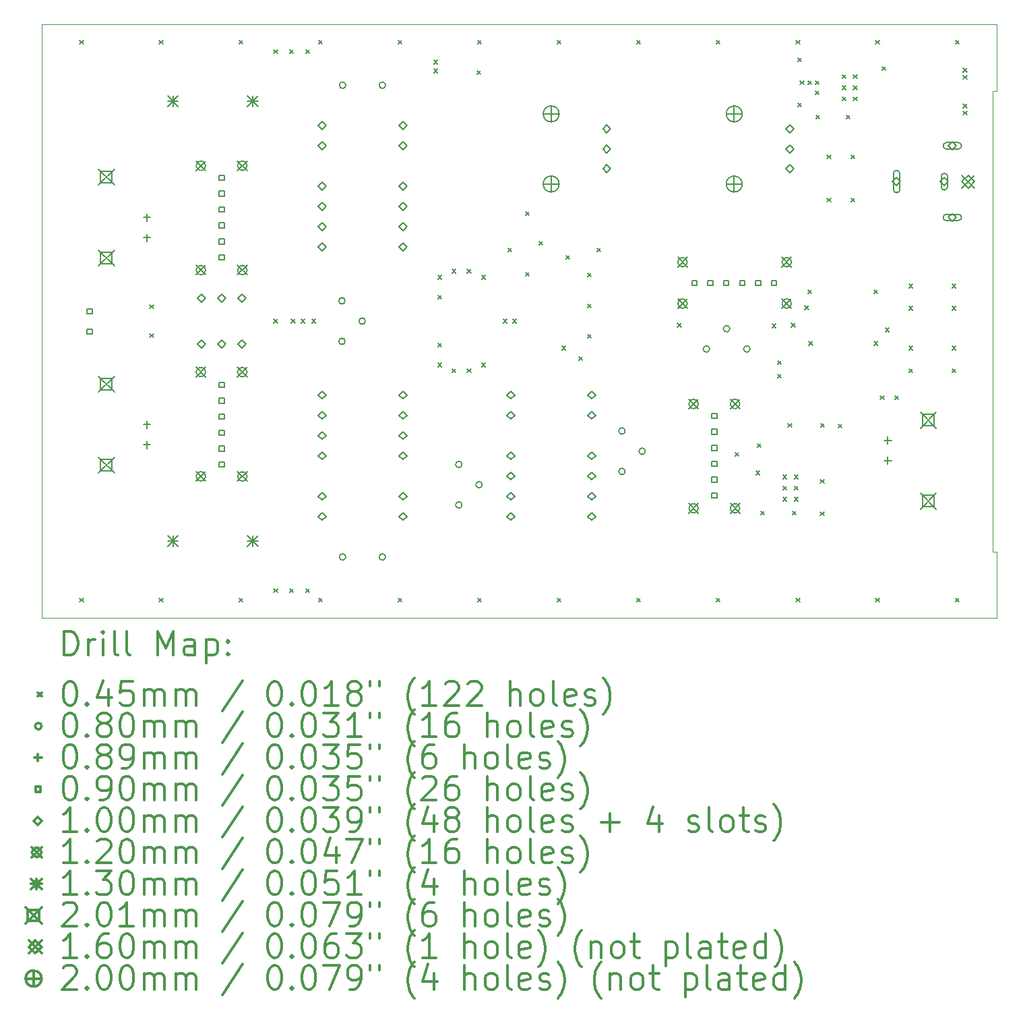
<source format=gbr>
%FSLAX45Y45*%
G04 Gerber Fmt 4.5, Leading zero omitted, Abs format (unit mm)*
G04 Created by KiCad (PCBNEW (5.1.9)-1) date 2021-04-27 22:00:25*
%MOMM*%
%LPD*%
G01*
G04 APERTURE LIST*
%TA.AperFunction,Profile*%
%ADD10C,0.050000*%
%TD*%
%ADD11C,0.200000*%
%ADD12C,0.300000*%
G04 APERTURE END LIST*
D10*
X21000000Y-7110000D02*
X20950000Y-7110000D01*
X21000000Y-7110000D02*
X21000000Y-6275000D01*
X21000000Y-12900000D02*
X20950000Y-12900000D01*
X21000000Y-13725000D02*
X21000000Y-12900000D01*
X21000000Y-13725000D02*
X9000000Y-13725000D01*
X20950000Y-7110000D02*
X20950000Y-12900000D01*
X9000000Y-6275000D02*
X21000000Y-6275000D01*
X9000000Y-13725000D02*
X9000000Y-6275000D01*
D11*
X9477500Y-6477500D02*
X9522500Y-6522500D01*
X9522500Y-6477500D02*
X9477500Y-6522500D01*
X9477500Y-13477500D02*
X9522500Y-13522500D01*
X9522500Y-13477500D02*
X9477500Y-13522500D01*
X10357500Y-9797500D02*
X10402500Y-9842500D01*
X10402500Y-9797500D02*
X10357500Y-9842500D01*
X10357500Y-10157500D02*
X10402500Y-10202500D01*
X10402500Y-10157500D02*
X10357500Y-10202500D01*
X10477500Y-6477500D02*
X10522500Y-6522500D01*
X10522500Y-6477500D02*
X10477500Y-6522500D01*
X10477500Y-13477500D02*
X10522500Y-13522500D01*
X10522500Y-13477500D02*
X10477500Y-13522500D01*
X11477500Y-6477500D02*
X11522500Y-6522500D01*
X11522500Y-6477500D02*
X11477500Y-6522500D01*
X11477500Y-13477500D02*
X11522500Y-13522500D01*
X11522500Y-13477500D02*
X11477500Y-13522500D01*
X11917500Y-6597500D02*
X11962500Y-6642500D01*
X11962500Y-6597500D02*
X11917500Y-6642500D01*
X11917500Y-9977500D02*
X11962500Y-10022500D01*
X11962500Y-9977500D02*
X11917500Y-10022500D01*
X11917500Y-13357500D02*
X11962500Y-13402500D01*
X11962500Y-13357500D02*
X11917500Y-13402500D01*
X12117500Y-6597500D02*
X12162500Y-6642500D01*
X12162500Y-6597500D02*
X12117500Y-6642500D01*
X12117500Y-13357500D02*
X12162500Y-13402500D01*
X12162500Y-13357500D02*
X12117500Y-13402500D01*
X12137500Y-9977500D02*
X12182500Y-10022500D01*
X12182500Y-9977500D02*
X12137500Y-10022500D01*
X12257500Y-9977500D02*
X12302500Y-10022500D01*
X12302500Y-9977500D02*
X12257500Y-10022500D01*
X12317500Y-6597500D02*
X12362500Y-6642500D01*
X12362500Y-6597500D02*
X12317500Y-6642500D01*
X12317500Y-13357500D02*
X12362500Y-13402500D01*
X12362500Y-13357500D02*
X12317500Y-13402500D01*
X12397500Y-9977500D02*
X12442500Y-10022500D01*
X12442500Y-9977500D02*
X12397500Y-10022500D01*
X12477500Y-6477500D02*
X12522500Y-6522500D01*
X12522500Y-6477500D02*
X12477500Y-6522500D01*
X12477500Y-13477500D02*
X12522500Y-13522500D01*
X12522500Y-13477500D02*
X12477500Y-13522500D01*
X13477500Y-6477500D02*
X13522500Y-6522500D01*
X13522500Y-6477500D02*
X13477500Y-6522500D01*
X13477500Y-13477500D02*
X13522500Y-13522500D01*
X13522500Y-13477500D02*
X13477500Y-13522500D01*
X13927500Y-6727500D02*
X13972500Y-6772500D01*
X13972500Y-6727500D02*
X13927500Y-6772500D01*
X13927500Y-6837500D02*
X13972500Y-6882500D01*
X13972500Y-6837500D02*
X13927500Y-6882500D01*
X13977500Y-9427500D02*
X14022500Y-9472500D01*
X14022500Y-9427500D02*
X13977500Y-9472500D01*
X13977500Y-10277500D02*
X14022500Y-10322500D01*
X14022500Y-10277500D02*
X13977500Y-10322500D01*
X13977500Y-10527500D02*
X14022500Y-10572500D01*
X14022500Y-10527500D02*
X13977500Y-10572500D01*
X13977501Y-9677500D02*
X14022501Y-9722500D01*
X14022501Y-9677500D02*
X13977501Y-9722500D01*
X14157500Y-9352502D02*
X14202500Y-9397502D01*
X14202500Y-9352502D02*
X14157500Y-9397502D01*
X14157500Y-10602500D02*
X14202500Y-10647500D01*
X14202500Y-10602500D02*
X14157500Y-10647500D01*
X14347500Y-9352497D02*
X14392500Y-9397497D01*
X14392500Y-9352497D02*
X14347500Y-9397497D01*
X14347500Y-10602500D02*
X14392500Y-10647500D01*
X14392500Y-10602500D02*
X14347500Y-10647500D01*
X14467500Y-6857500D02*
X14512500Y-6902500D01*
X14512500Y-6857500D02*
X14467500Y-6902500D01*
X14477500Y-6477500D02*
X14522500Y-6522500D01*
X14522500Y-6477500D02*
X14477500Y-6522500D01*
X14477500Y-13477500D02*
X14522500Y-13522500D01*
X14522500Y-13477500D02*
X14477500Y-13522500D01*
X14527500Y-9427500D02*
X14572500Y-9472500D01*
X14572500Y-9427500D02*
X14527500Y-9472500D01*
X14527500Y-10527500D02*
X14572500Y-10572500D01*
X14572500Y-10527500D02*
X14527500Y-10572500D01*
X14797500Y-9977500D02*
X14842500Y-10022500D01*
X14842500Y-9977500D02*
X14797500Y-10022500D01*
X14857500Y-9087500D02*
X14902500Y-9132500D01*
X14902500Y-9087500D02*
X14857500Y-9132500D01*
X14917500Y-9977500D02*
X14962500Y-10022500D01*
X14962500Y-9977500D02*
X14917500Y-10022500D01*
X15077500Y-8627500D02*
X15122500Y-8672500D01*
X15122500Y-8627500D02*
X15077500Y-8672500D01*
X15077500Y-9387500D02*
X15122500Y-9432500D01*
X15122500Y-9387500D02*
X15077500Y-9432500D01*
X15247500Y-8997500D02*
X15292500Y-9042500D01*
X15292500Y-8997500D02*
X15247500Y-9042500D01*
X15477500Y-6477500D02*
X15522500Y-6522500D01*
X15522500Y-6477500D02*
X15477500Y-6522500D01*
X15477500Y-13477500D02*
X15522500Y-13522500D01*
X15522500Y-13477500D02*
X15477500Y-13522500D01*
X15537500Y-10317500D02*
X15582500Y-10362500D01*
X15582500Y-10317500D02*
X15537500Y-10362500D01*
X15587500Y-9177500D02*
X15632500Y-9222500D01*
X15632500Y-9177500D02*
X15587500Y-9222500D01*
X15747500Y-10447500D02*
X15792500Y-10492500D01*
X15792500Y-10447500D02*
X15747500Y-10492500D01*
X15857500Y-9397500D02*
X15902500Y-9442500D01*
X15902500Y-9397500D02*
X15857500Y-9442500D01*
X15857500Y-9787000D02*
X15902500Y-9832000D01*
X15902500Y-9787000D02*
X15857500Y-9832000D01*
X15857500Y-10168000D02*
X15902500Y-10213000D01*
X15902500Y-10168000D02*
X15857500Y-10213000D01*
X15977500Y-9087500D02*
X16022500Y-9132500D01*
X16022500Y-9087500D02*
X15977500Y-9132500D01*
X16477500Y-6477500D02*
X16522500Y-6522500D01*
X16522500Y-6477500D02*
X16477500Y-6522500D01*
X16477500Y-13477500D02*
X16522500Y-13522500D01*
X16522500Y-13477500D02*
X16477500Y-13522500D01*
X16987500Y-10027500D02*
X17032500Y-10072500D01*
X17032500Y-10027500D02*
X16987500Y-10072500D01*
X17477500Y-6477500D02*
X17522500Y-6522500D01*
X17522500Y-6477500D02*
X17477500Y-6522500D01*
X17477500Y-13477500D02*
X17522500Y-13522500D01*
X17522500Y-13477500D02*
X17477500Y-13522500D01*
X17712500Y-11647500D02*
X17757500Y-11692500D01*
X17757500Y-11647500D02*
X17712500Y-11692500D01*
X17976499Y-11883501D02*
X18021499Y-11928501D01*
X18021499Y-11883501D02*
X17976499Y-11928501D01*
X17992500Y-11537500D02*
X18037500Y-11582500D01*
X18037500Y-11537500D02*
X17992500Y-11582500D01*
X18032500Y-12387500D02*
X18077500Y-12432500D01*
X18077500Y-12387500D02*
X18032500Y-12432500D01*
X18177500Y-10037500D02*
X18222500Y-10082500D01*
X18222500Y-10037500D02*
X18177500Y-10082500D01*
X18247500Y-10497500D02*
X18292500Y-10542500D01*
X18292500Y-10497500D02*
X18247500Y-10542500D01*
X18247500Y-10667500D02*
X18292500Y-10712500D01*
X18292500Y-10667500D02*
X18247500Y-10712500D01*
X18315000Y-11934000D02*
X18360000Y-11979000D01*
X18360000Y-11934000D02*
X18315000Y-11979000D01*
X18315000Y-12074000D02*
X18360000Y-12119000D01*
X18360000Y-12074000D02*
X18315000Y-12119000D01*
X18315000Y-12214000D02*
X18360000Y-12259000D01*
X18360000Y-12214000D02*
X18315000Y-12259000D01*
X18377500Y-11287500D02*
X18422500Y-11332500D01*
X18422500Y-11287500D02*
X18377500Y-11332500D01*
X18417500Y-10027500D02*
X18462500Y-10072500D01*
X18462500Y-10027500D02*
X18417500Y-10072500D01*
X18432500Y-12387500D02*
X18477500Y-12432500D01*
X18477500Y-12387500D02*
X18432500Y-12432500D01*
X18455000Y-11934000D02*
X18500000Y-11979000D01*
X18500000Y-11934000D02*
X18455000Y-11979000D01*
X18455000Y-12074000D02*
X18500000Y-12119000D01*
X18500000Y-12074000D02*
X18455000Y-12119000D01*
X18455000Y-12214000D02*
X18500000Y-12259000D01*
X18500000Y-12214000D02*
X18455000Y-12259000D01*
X18477500Y-6477500D02*
X18522500Y-6522500D01*
X18522500Y-6477500D02*
X18477500Y-6522500D01*
X18477500Y-13477500D02*
X18522500Y-13522500D01*
X18522500Y-13477500D02*
X18477500Y-13522500D01*
X18499998Y-7265000D02*
X18544998Y-7310000D01*
X18544998Y-7265000D02*
X18499998Y-7310000D01*
X18499999Y-6697500D02*
X18544999Y-6742500D01*
X18544999Y-6697500D02*
X18499999Y-6742500D01*
X18527500Y-6983999D02*
X18572500Y-7028999D01*
X18572500Y-6983999D02*
X18527500Y-7028999D01*
X18587500Y-9807500D02*
X18632500Y-9852500D01*
X18632500Y-9807500D02*
X18587500Y-9852500D01*
X18627500Y-6983999D02*
X18672500Y-7028999D01*
X18672500Y-6983999D02*
X18627500Y-7028999D01*
X18627500Y-9607500D02*
X18672500Y-9652500D01*
X18672500Y-9607500D02*
X18627500Y-9652500D01*
X18637500Y-10257500D02*
X18682500Y-10302500D01*
X18682500Y-10257500D02*
X18637500Y-10302500D01*
X18721001Y-6983999D02*
X18766001Y-7028999D01*
X18766001Y-6983999D02*
X18721001Y-7028999D01*
X18721003Y-7111003D02*
X18766003Y-7156003D01*
X18766003Y-7111003D02*
X18721003Y-7156003D01*
X18727500Y-7417500D02*
X18772500Y-7462500D01*
X18772500Y-7417500D02*
X18727500Y-7462500D01*
X18782500Y-11987500D02*
X18827500Y-12032500D01*
X18827500Y-11987500D02*
X18782500Y-12032500D01*
X18782500Y-12397500D02*
X18827500Y-12442500D01*
X18827500Y-12397500D02*
X18782500Y-12442500D01*
X18788500Y-11283500D02*
X18833500Y-11328500D01*
X18833500Y-11283500D02*
X18788500Y-11328500D01*
X18867500Y-7917500D02*
X18912500Y-7962500D01*
X18912500Y-7917500D02*
X18867500Y-7962500D01*
X18867500Y-8457500D02*
X18912500Y-8502500D01*
X18912500Y-8457500D02*
X18867500Y-8502500D01*
X19007500Y-11292500D02*
X19052500Y-11337500D01*
X19052500Y-11292500D02*
X19007500Y-11337500D01*
X19057500Y-6907500D02*
X19102500Y-6952500D01*
X19102500Y-6907500D02*
X19057500Y-6952500D01*
X19057500Y-7047500D02*
X19102500Y-7092500D01*
X19102500Y-7047500D02*
X19057500Y-7092500D01*
X19057500Y-7187500D02*
X19102500Y-7232500D01*
X19102500Y-7187500D02*
X19057500Y-7232500D01*
X19107500Y-7417500D02*
X19152500Y-7462500D01*
X19152500Y-7417500D02*
X19107500Y-7462500D01*
X19167500Y-7917500D02*
X19212500Y-7962500D01*
X19212500Y-7917500D02*
X19167500Y-7962500D01*
X19167500Y-8457500D02*
X19212500Y-8502500D01*
X19212500Y-8457500D02*
X19167500Y-8502500D01*
X19197500Y-6907500D02*
X19242500Y-6952500D01*
X19242500Y-6907500D02*
X19197500Y-6952500D01*
X19197500Y-7047500D02*
X19242500Y-7092500D01*
X19242500Y-7047500D02*
X19197500Y-7092500D01*
X19197500Y-7187500D02*
X19242500Y-7232500D01*
X19242500Y-7187500D02*
X19197500Y-7232500D01*
X19457500Y-9607500D02*
X19502500Y-9652500D01*
X19502500Y-9607500D02*
X19457500Y-9652500D01*
X19457500Y-10257500D02*
X19502500Y-10302500D01*
X19502500Y-10257500D02*
X19457500Y-10302500D01*
X19477500Y-6477500D02*
X19522500Y-6522500D01*
X19522500Y-6477500D02*
X19477500Y-6522500D01*
X19477500Y-13477500D02*
X19522500Y-13522500D01*
X19522500Y-13477500D02*
X19477500Y-13522500D01*
X19537500Y-10937500D02*
X19582500Y-10982500D01*
X19582500Y-10937500D02*
X19537500Y-10982500D01*
X19557500Y-6807500D02*
X19602500Y-6852500D01*
X19602500Y-6807500D02*
X19557500Y-6852500D01*
X19597500Y-10087500D02*
X19642500Y-10132500D01*
X19642500Y-10087500D02*
X19597500Y-10132500D01*
X19717500Y-10937500D02*
X19762500Y-10982500D01*
X19762500Y-10937500D02*
X19717500Y-10982500D01*
X19897500Y-10317500D02*
X19942500Y-10362500D01*
X19942500Y-10317500D02*
X19897500Y-10362500D01*
X19897500Y-10597500D02*
X19942500Y-10642500D01*
X19942500Y-10597500D02*
X19897500Y-10642500D01*
X19897500Y-9537500D02*
X19942500Y-9582500D01*
X19942500Y-9537500D02*
X19897500Y-9582500D01*
X19897500Y-9817500D02*
X19942500Y-9862500D01*
X19942500Y-9817500D02*
X19897500Y-9862500D01*
X20437500Y-9537500D02*
X20482500Y-9582500D01*
X20482500Y-9537500D02*
X20437500Y-9582500D01*
X20437500Y-9817500D02*
X20482500Y-9862500D01*
X20482500Y-9817500D02*
X20437500Y-9862500D01*
X20437500Y-10317500D02*
X20482500Y-10362500D01*
X20482500Y-10317500D02*
X20437500Y-10362500D01*
X20437500Y-10597500D02*
X20482500Y-10642500D01*
X20482500Y-10597500D02*
X20437500Y-10642500D01*
X20477500Y-6477500D02*
X20522500Y-6522500D01*
X20522500Y-6477500D02*
X20477500Y-6522500D01*
X20477500Y-13477500D02*
X20522500Y-13522500D01*
X20522500Y-13477500D02*
X20477500Y-13522500D01*
X20577500Y-6827500D02*
X20622500Y-6872500D01*
X20622500Y-6827500D02*
X20577500Y-6872500D01*
X20577500Y-6917500D02*
X20622500Y-6962500D01*
X20622500Y-6917500D02*
X20577500Y-6962500D01*
X20577500Y-7277500D02*
X20622500Y-7322500D01*
X20622500Y-7277500D02*
X20577500Y-7322500D01*
X20577500Y-7367500D02*
X20622500Y-7412500D01*
X20622500Y-7367500D02*
X20577500Y-7412500D01*
X12811000Y-9746000D02*
G75*
G03*
X12811000Y-9746000I-40000J0D01*
G01*
X12811000Y-10254000D02*
G75*
G03*
X12811000Y-10254000I-40000J0D01*
G01*
X12820000Y-7040000D02*
G75*
G03*
X12820000Y-7040000I-40000J0D01*
G01*
X12820000Y-12960000D02*
G75*
G03*
X12820000Y-12960000I-40000J0D01*
G01*
X13065000Y-10000000D02*
G75*
G03*
X13065000Y-10000000I-40000J0D01*
G01*
X13320000Y-7040000D02*
G75*
G03*
X13320000Y-7040000I-40000J0D01*
G01*
X13320000Y-12960000D02*
G75*
G03*
X13320000Y-12960000I-40000J0D01*
G01*
X14280000Y-11800000D02*
G75*
G03*
X14280000Y-11800000I-40000J0D01*
G01*
X14280000Y-12308000D02*
G75*
G03*
X14280000Y-12308000I-40000J0D01*
G01*
X14534000Y-12054000D02*
G75*
G03*
X14534000Y-12054000I-40000J0D01*
G01*
X16330000Y-11380000D02*
G75*
G03*
X16330000Y-11380000I-40000J0D01*
G01*
X16330000Y-11888000D02*
G75*
G03*
X16330000Y-11888000I-40000J0D01*
G01*
X16584000Y-11634000D02*
G75*
G03*
X16584000Y-11634000I-40000J0D01*
G01*
X17390000Y-10350000D02*
G75*
G03*
X17390000Y-10350000I-40000J0D01*
G01*
X17644000Y-10096000D02*
G75*
G03*
X17644000Y-10096000I-40000J0D01*
G01*
X17898000Y-10350000D02*
G75*
G03*
X17898000Y-10350000I-40000J0D01*
G01*
X10320000Y-8655500D02*
X10320000Y-8744500D01*
X10275500Y-8700000D02*
X10364500Y-8700000D01*
X10320000Y-8909500D02*
X10320000Y-8998500D01*
X10275500Y-8954000D02*
X10364500Y-8954000D01*
X10320000Y-11255500D02*
X10320000Y-11344500D01*
X10275500Y-11300000D02*
X10364500Y-11300000D01*
X10320000Y-11509500D02*
X10320000Y-11598500D01*
X10275500Y-11554000D02*
X10364500Y-11554000D01*
X19630000Y-11451500D02*
X19630000Y-11540500D01*
X19585500Y-11496000D02*
X19674500Y-11496000D01*
X19630000Y-11705500D02*
X19630000Y-11794500D01*
X19585500Y-11750000D02*
X19674500Y-11750000D01*
X9631820Y-9907820D02*
X9631820Y-9844180D01*
X9568180Y-9844180D01*
X9568180Y-9907820D01*
X9631820Y-9907820D01*
X9631820Y-10161820D02*
X9631820Y-10098180D01*
X9568180Y-10098180D01*
X9568180Y-10161820D01*
X9631820Y-10161820D01*
X11291820Y-8231820D02*
X11291820Y-8168180D01*
X11228180Y-8168180D01*
X11228180Y-8231820D01*
X11291820Y-8231820D01*
X11291820Y-8431820D02*
X11291820Y-8368180D01*
X11228180Y-8368180D01*
X11228180Y-8431820D01*
X11291820Y-8431820D01*
X11291820Y-8631820D02*
X11291820Y-8568180D01*
X11228180Y-8568180D01*
X11228180Y-8631820D01*
X11291820Y-8631820D01*
X11291820Y-8831820D02*
X11291820Y-8768180D01*
X11228180Y-8768180D01*
X11228180Y-8831820D01*
X11291820Y-8831820D01*
X11291820Y-9031820D02*
X11291820Y-8968180D01*
X11228180Y-8968180D01*
X11228180Y-9031820D01*
X11291820Y-9031820D01*
X11291820Y-9231820D02*
X11291820Y-9168180D01*
X11228180Y-9168180D01*
X11228180Y-9231820D01*
X11291820Y-9231820D01*
X11291820Y-10831820D02*
X11291820Y-10768180D01*
X11228180Y-10768180D01*
X11228180Y-10831820D01*
X11291820Y-10831820D01*
X11291820Y-11031820D02*
X11291820Y-10968180D01*
X11228180Y-10968180D01*
X11228180Y-11031820D01*
X11291820Y-11031820D01*
X11291820Y-11231820D02*
X11291820Y-11168180D01*
X11228180Y-11168180D01*
X11228180Y-11231820D01*
X11291820Y-11231820D01*
X11291820Y-11431820D02*
X11291820Y-11368180D01*
X11228180Y-11368180D01*
X11228180Y-11431820D01*
X11291820Y-11431820D01*
X11291820Y-11631820D02*
X11291820Y-11568180D01*
X11228180Y-11568180D01*
X11228180Y-11631820D01*
X11291820Y-11631820D01*
X11291820Y-11831820D02*
X11291820Y-11768180D01*
X11228180Y-11768180D01*
X11228180Y-11831820D01*
X11291820Y-11831820D01*
X17231820Y-9551820D02*
X17231820Y-9488180D01*
X17168180Y-9488180D01*
X17168180Y-9551820D01*
X17231820Y-9551820D01*
X17431820Y-9551820D02*
X17431820Y-9488180D01*
X17368180Y-9488180D01*
X17368180Y-9551820D01*
X17431820Y-9551820D01*
X17481820Y-11221820D02*
X17481820Y-11158180D01*
X17418180Y-11158180D01*
X17418180Y-11221820D01*
X17481820Y-11221820D01*
X17481820Y-11421820D02*
X17481820Y-11358180D01*
X17418180Y-11358180D01*
X17418180Y-11421820D01*
X17481820Y-11421820D01*
X17481820Y-11621820D02*
X17481820Y-11558180D01*
X17418180Y-11558180D01*
X17418180Y-11621820D01*
X17481820Y-11621820D01*
X17481820Y-11821820D02*
X17481820Y-11758180D01*
X17418180Y-11758180D01*
X17418180Y-11821820D01*
X17481820Y-11821820D01*
X17481820Y-12021820D02*
X17481820Y-11958180D01*
X17418180Y-11958180D01*
X17418180Y-12021820D01*
X17481820Y-12021820D01*
X17481820Y-12221820D02*
X17481820Y-12158180D01*
X17418180Y-12158180D01*
X17418180Y-12221820D01*
X17481820Y-12221820D01*
X17631820Y-9551820D02*
X17631820Y-9488180D01*
X17568180Y-9488180D01*
X17568180Y-9551820D01*
X17631820Y-9551820D01*
X17831820Y-9551820D02*
X17831820Y-9488180D01*
X17768180Y-9488180D01*
X17768180Y-9551820D01*
X17831820Y-9551820D01*
X18031820Y-9551820D02*
X18031820Y-9488180D01*
X17968180Y-9488180D01*
X17968180Y-9551820D01*
X18031820Y-9551820D01*
X18231820Y-9551820D02*
X18231820Y-9488180D01*
X18168180Y-9488180D01*
X18168180Y-9551820D01*
X18231820Y-9551820D01*
X11006000Y-9760000D02*
X11056000Y-9710000D01*
X11006000Y-9660000D01*
X10956000Y-9710000D01*
X11006000Y-9760000D01*
X11006000Y-10340000D02*
X11056000Y-10290000D01*
X11006000Y-10240000D01*
X10956000Y-10290000D01*
X11006000Y-10340000D01*
X11260000Y-9760000D02*
X11310000Y-9710000D01*
X11260000Y-9660000D01*
X11210000Y-9710000D01*
X11260000Y-9760000D01*
X11260000Y-10340000D02*
X11310000Y-10290000D01*
X11260000Y-10240000D01*
X11210000Y-10290000D01*
X11260000Y-10340000D01*
X11514000Y-9760000D02*
X11564000Y-9710000D01*
X11514000Y-9660000D01*
X11464000Y-9710000D01*
X11514000Y-9760000D01*
X11514000Y-10340000D02*
X11564000Y-10290000D01*
X11514000Y-10240000D01*
X11464000Y-10290000D01*
X11514000Y-10340000D01*
X12522000Y-7598000D02*
X12572000Y-7548000D01*
X12522000Y-7498000D01*
X12472000Y-7548000D01*
X12522000Y-7598000D01*
X12522000Y-7852000D02*
X12572000Y-7802000D01*
X12522000Y-7752000D01*
X12472000Y-7802000D01*
X12522000Y-7852000D01*
X12522000Y-8360000D02*
X12572000Y-8310000D01*
X12522000Y-8260000D01*
X12472000Y-8310000D01*
X12522000Y-8360000D01*
X12522000Y-8614000D02*
X12572000Y-8564000D01*
X12522000Y-8514000D01*
X12472000Y-8564000D01*
X12522000Y-8614000D01*
X12522000Y-8868000D02*
X12572000Y-8818000D01*
X12522000Y-8768000D01*
X12472000Y-8818000D01*
X12522000Y-8868000D01*
X12522000Y-9122000D02*
X12572000Y-9072000D01*
X12522000Y-9022000D01*
X12472000Y-9072000D01*
X12522000Y-9122000D01*
X12522000Y-10978000D02*
X12572000Y-10928000D01*
X12522000Y-10878000D01*
X12472000Y-10928000D01*
X12522000Y-10978000D01*
X12522000Y-11232000D02*
X12572000Y-11182000D01*
X12522000Y-11132000D01*
X12472000Y-11182000D01*
X12522000Y-11232000D01*
X12522000Y-11486000D02*
X12572000Y-11436000D01*
X12522000Y-11386000D01*
X12472000Y-11436000D01*
X12522000Y-11486000D01*
X12522000Y-11740000D02*
X12572000Y-11690000D01*
X12522000Y-11640000D01*
X12472000Y-11690000D01*
X12522000Y-11740000D01*
X12522000Y-12248000D02*
X12572000Y-12198000D01*
X12522000Y-12148000D01*
X12472000Y-12198000D01*
X12522000Y-12248000D01*
X12522000Y-12502000D02*
X12572000Y-12452000D01*
X12522000Y-12402000D01*
X12472000Y-12452000D01*
X12522000Y-12502000D01*
X13538000Y-7598000D02*
X13588000Y-7548000D01*
X13538000Y-7498000D01*
X13488000Y-7548000D01*
X13538000Y-7598000D01*
X13538000Y-7852000D02*
X13588000Y-7802000D01*
X13538000Y-7752000D01*
X13488000Y-7802000D01*
X13538000Y-7852000D01*
X13538000Y-8360000D02*
X13588000Y-8310000D01*
X13538000Y-8260000D01*
X13488000Y-8310000D01*
X13538000Y-8360000D01*
X13538000Y-8614000D02*
X13588000Y-8564000D01*
X13538000Y-8514000D01*
X13488000Y-8564000D01*
X13538000Y-8614000D01*
X13538000Y-8868000D02*
X13588000Y-8818000D01*
X13538000Y-8768000D01*
X13488000Y-8818000D01*
X13538000Y-8868000D01*
X13538000Y-9122000D02*
X13588000Y-9072000D01*
X13538000Y-9022000D01*
X13488000Y-9072000D01*
X13538000Y-9122000D01*
X13538000Y-10978000D02*
X13588000Y-10928000D01*
X13538000Y-10878000D01*
X13488000Y-10928000D01*
X13538000Y-10978000D01*
X13538000Y-11232000D02*
X13588000Y-11182000D01*
X13538000Y-11132000D01*
X13488000Y-11182000D01*
X13538000Y-11232000D01*
X13538000Y-11486000D02*
X13588000Y-11436000D01*
X13538000Y-11386000D01*
X13488000Y-11436000D01*
X13538000Y-11486000D01*
X13538000Y-11740000D02*
X13588000Y-11690000D01*
X13538000Y-11640000D01*
X13488000Y-11690000D01*
X13538000Y-11740000D01*
X13538000Y-12248000D02*
X13588000Y-12198000D01*
X13538000Y-12148000D01*
X13488000Y-12198000D01*
X13538000Y-12248000D01*
X13538000Y-12502000D02*
X13588000Y-12452000D01*
X13538000Y-12402000D01*
X13488000Y-12452000D01*
X13538000Y-12502000D01*
X14892000Y-10978000D02*
X14942000Y-10928000D01*
X14892000Y-10878000D01*
X14842000Y-10928000D01*
X14892000Y-10978000D01*
X14892000Y-11232000D02*
X14942000Y-11182000D01*
X14892000Y-11132000D01*
X14842000Y-11182000D01*
X14892000Y-11232000D01*
X14892000Y-11740000D02*
X14942000Y-11690000D01*
X14892000Y-11640000D01*
X14842000Y-11690000D01*
X14892000Y-11740000D01*
X14892000Y-11994000D02*
X14942000Y-11944000D01*
X14892000Y-11894000D01*
X14842000Y-11944000D01*
X14892000Y-11994000D01*
X14892000Y-12248000D02*
X14942000Y-12198000D01*
X14892000Y-12148000D01*
X14842000Y-12198000D01*
X14892000Y-12248000D01*
X14892000Y-12502000D02*
X14942000Y-12452000D01*
X14892000Y-12402000D01*
X14842000Y-12452000D01*
X14892000Y-12502000D01*
X15908000Y-10978000D02*
X15958000Y-10928000D01*
X15908000Y-10878000D01*
X15858000Y-10928000D01*
X15908000Y-10978000D01*
X15908000Y-11232000D02*
X15958000Y-11182000D01*
X15908000Y-11132000D01*
X15858000Y-11182000D01*
X15908000Y-11232000D01*
X15908000Y-11740000D02*
X15958000Y-11690000D01*
X15908000Y-11640000D01*
X15858000Y-11690000D01*
X15908000Y-11740000D01*
X15908000Y-11994000D02*
X15958000Y-11944000D01*
X15908000Y-11894000D01*
X15858000Y-11944000D01*
X15908000Y-11994000D01*
X15908000Y-12248000D02*
X15958000Y-12198000D01*
X15908000Y-12148000D01*
X15858000Y-12198000D01*
X15908000Y-12248000D01*
X15908000Y-12502000D02*
X15958000Y-12452000D01*
X15908000Y-12402000D01*
X15858000Y-12452000D01*
X15908000Y-12502000D01*
X16100000Y-7640000D02*
X16150000Y-7590000D01*
X16100000Y-7540000D01*
X16050000Y-7590000D01*
X16100000Y-7640000D01*
X16100000Y-7890000D02*
X16150000Y-7840000D01*
X16100000Y-7790000D01*
X16050000Y-7840000D01*
X16100000Y-7890000D01*
X16100000Y-8140000D02*
X16150000Y-8090000D01*
X16100000Y-8040000D01*
X16050000Y-8090000D01*
X16100000Y-8140000D01*
X18400000Y-7640000D02*
X18450000Y-7590000D01*
X18400000Y-7540000D01*
X18350000Y-7590000D01*
X18400000Y-7640000D01*
X18400000Y-7890000D02*
X18450000Y-7840000D01*
X18400000Y-7790000D01*
X18350000Y-7840000D01*
X18400000Y-7890000D01*
X18400000Y-8140000D02*
X18450000Y-8090000D01*
X18400000Y-8040000D01*
X18350000Y-8090000D01*
X18400000Y-8140000D01*
X19740000Y-8300000D02*
X19790000Y-8250000D01*
X19740000Y-8200000D01*
X19690000Y-8250000D01*
X19740000Y-8300000D01*
X19780000Y-8350000D02*
X19780000Y-8150000D01*
X19700000Y-8350000D02*
X19700000Y-8150000D01*
X19780000Y-8150000D02*
G75*
G03*
X19700000Y-8150000I-40000J0D01*
G01*
X19700000Y-8350000D02*
G75*
G03*
X19780000Y-8350000I40000J0D01*
G01*
X20340000Y-8300000D02*
X20390000Y-8250000D01*
X20340000Y-8200000D01*
X20290000Y-8250000D01*
X20340000Y-8300000D01*
X20380000Y-8315000D02*
X20380000Y-8185000D01*
X20300000Y-8315000D02*
X20300000Y-8185000D01*
X20380000Y-8185000D02*
G75*
G03*
X20300000Y-8185000I-40000J0D01*
G01*
X20300000Y-8315000D02*
G75*
G03*
X20380000Y-8315000I40000J0D01*
G01*
X20440000Y-7850000D02*
X20490000Y-7800000D01*
X20440000Y-7750000D01*
X20390000Y-7800000D01*
X20440000Y-7850000D01*
X20365000Y-7840000D02*
X20515000Y-7840000D01*
X20365000Y-7760000D02*
X20515000Y-7760000D01*
X20515000Y-7840000D02*
G75*
G03*
X20515000Y-7760000I0J40000D01*
G01*
X20365000Y-7760000D02*
G75*
G03*
X20365000Y-7840000I0J-40000D01*
G01*
X20440000Y-8750000D02*
X20490000Y-8700000D01*
X20440000Y-8650000D01*
X20390000Y-8700000D01*
X20440000Y-8750000D01*
X20365000Y-8740000D02*
X20515000Y-8740000D01*
X20365000Y-8660000D02*
X20515000Y-8660000D01*
X20515000Y-8740000D02*
G75*
G03*
X20515000Y-8660000I0J40000D01*
G01*
X20365000Y-8660000D02*
G75*
G03*
X20365000Y-8740000I0J-40000D01*
G01*
X10940000Y-7990000D02*
X11060000Y-8110000D01*
X11060000Y-7990000D02*
X10940000Y-8110000D01*
X11060000Y-8050000D02*
G75*
G03*
X11060000Y-8050000I-60000J0D01*
G01*
X10940000Y-9300000D02*
X11060000Y-9420000D01*
X11060000Y-9300000D02*
X10940000Y-9420000D01*
X11060000Y-9360000D02*
G75*
G03*
X11060000Y-9360000I-60000J0D01*
G01*
X10940000Y-10580000D02*
X11060000Y-10700000D01*
X11060000Y-10580000D02*
X10940000Y-10700000D01*
X11060000Y-10640000D02*
G75*
G03*
X11060000Y-10640000I-60000J0D01*
G01*
X10940000Y-11890000D02*
X11060000Y-12010000D01*
X11060000Y-11890000D02*
X10940000Y-12010000D01*
X11060000Y-11950000D02*
G75*
G03*
X11060000Y-11950000I-60000J0D01*
G01*
X11460000Y-7990000D02*
X11580000Y-8110000D01*
X11580000Y-7990000D02*
X11460000Y-8110000D01*
X11580000Y-8050000D02*
G75*
G03*
X11580000Y-8050000I-60000J0D01*
G01*
X11460000Y-9300000D02*
X11580000Y-9420000D01*
X11580000Y-9300000D02*
X11460000Y-9420000D01*
X11580000Y-9360000D02*
G75*
G03*
X11580000Y-9360000I-60000J0D01*
G01*
X11460000Y-10580000D02*
X11580000Y-10700000D01*
X11580000Y-10580000D02*
X11460000Y-10700000D01*
X11580000Y-10640000D02*
G75*
G03*
X11580000Y-10640000I-60000J0D01*
G01*
X11460000Y-11890000D02*
X11580000Y-12010000D01*
X11580000Y-11890000D02*
X11460000Y-12010000D01*
X11580000Y-11950000D02*
G75*
G03*
X11580000Y-11950000I-60000J0D01*
G01*
X16990000Y-9200000D02*
X17110000Y-9320000D01*
X17110000Y-9200000D02*
X16990000Y-9320000D01*
X17110000Y-9260000D02*
G75*
G03*
X17110000Y-9260000I-60000J0D01*
G01*
X16990000Y-9720000D02*
X17110000Y-9840000D01*
X17110000Y-9720000D02*
X16990000Y-9840000D01*
X17110000Y-9780000D02*
G75*
G03*
X17110000Y-9780000I-60000J0D01*
G01*
X17130000Y-10980000D02*
X17250000Y-11100000D01*
X17250000Y-10980000D02*
X17130000Y-11100000D01*
X17250000Y-11040000D02*
G75*
G03*
X17250000Y-11040000I-60000J0D01*
G01*
X17130000Y-12290000D02*
X17250000Y-12410000D01*
X17250000Y-12290000D02*
X17130000Y-12410000D01*
X17250000Y-12350000D02*
G75*
G03*
X17250000Y-12350000I-60000J0D01*
G01*
X17650000Y-10980000D02*
X17770000Y-11100000D01*
X17770000Y-10980000D02*
X17650000Y-11100000D01*
X17770000Y-11040000D02*
G75*
G03*
X17770000Y-11040000I-60000J0D01*
G01*
X17650000Y-12290000D02*
X17770000Y-12410000D01*
X17770000Y-12290000D02*
X17650000Y-12410000D01*
X17770000Y-12350000D02*
G75*
G03*
X17770000Y-12350000I-60000J0D01*
G01*
X18300000Y-9200000D02*
X18420000Y-9320000D01*
X18420000Y-9200000D02*
X18300000Y-9320000D01*
X18420000Y-9260000D02*
G75*
G03*
X18420000Y-9260000I-60000J0D01*
G01*
X18300000Y-9720000D02*
X18420000Y-9840000D01*
X18420000Y-9720000D02*
X18300000Y-9840000D01*
X18420000Y-9780000D02*
G75*
G03*
X18420000Y-9780000I-60000J0D01*
G01*
X10585000Y-7175000D02*
X10715000Y-7305000D01*
X10715000Y-7175000D02*
X10585000Y-7305000D01*
X10650000Y-7175000D02*
X10650000Y-7305000D01*
X10585000Y-7240000D02*
X10715000Y-7240000D01*
X10585000Y-12695000D02*
X10715000Y-12825000D01*
X10715000Y-12695000D02*
X10585000Y-12825000D01*
X10650000Y-12695000D02*
X10650000Y-12825000D01*
X10585000Y-12760000D02*
X10715000Y-12760000D01*
X11585000Y-7175000D02*
X11715000Y-7305000D01*
X11715000Y-7175000D02*
X11585000Y-7305000D01*
X11650000Y-7175000D02*
X11650000Y-7305000D01*
X11585000Y-7240000D02*
X11715000Y-7240000D01*
X11585000Y-12695000D02*
X11715000Y-12825000D01*
X11715000Y-12695000D02*
X11585000Y-12825000D01*
X11650000Y-12695000D02*
X11650000Y-12825000D01*
X11585000Y-12760000D02*
X11715000Y-12760000D01*
X9711500Y-8091500D02*
X9912500Y-8292500D01*
X9912500Y-8091500D02*
X9711500Y-8292500D01*
X9883065Y-8263065D02*
X9883065Y-8120935D01*
X9740935Y-8120935D01*
X9740935Y-8263065D01*
X9883065Y-8263065D01*
X9711500Y-9107500D02*
X9912500Y-9308500D01*
X9912500Y-9107500D02*
X9711500Y-9308500D01*
X9883065Y-9279065D02*
X9883065Y-9136935D01*
X9740935Y-9136935D01*
X9740935Y-9279065D01*
X9883065Y-9279065D01*
X9711500Y-10691500D02*
X9912500Y-10892500D01*
X9912500Y-10691500D02*
X9711500Y-10892500D01*
X9883065Y-10863065D02*
X9883065Y-10720935D01*
X9740935Y-10720935D01*
X9740935Y-10863065D01*
X9883065Y-10863065D01*
X9711500Y-11707500D02*
X9912500Y-11908500D01*
X9912500Y-11707500D02*
X9711500Y-11908500D01*
X9883065Y-11879065D02*
X9883065Y-11736935D01*
X9740935Y-11736935D01*
X9740935Y-11879065D01*
X9883065Y-11879065D01*
X20037500Y-11141500D02*
X20238500Y-11342500D01*
X20238500Y-11141500D02*
X20037500Y-11342500D01*
X20209065Y-11313065D02*
X20209065Y-11170935D01*
X20066935Y-11170935D01*
X20066935Y-11313065D01*
X20209065Y-11313065D01*
X20037500Y-12157500D02*
X20238500Y-12358500D01*
X20238500Y-12157500D02*
X20037500Y-12358500D01*
X20209065Y-12329065D02*
X20209065Y-12186935D01*
X20066935Y-12186935D01*
X20066935Y-12329065D01*
X20209065Y-12329065D01*
X20560000Y-8170000D02*
X20720000Y-8330000D01*
X20720000Y-8170000D02*
X20560000Y-8330000D01*
X20640000Y-8330000D02*
X20720000Y-8250000D01*
X20640000Y-8170000D01*
X20560000Y-8250000D01*
X20640000Y-8330000D01*
X15400000Y-7300000D02*
X15400000Y-7500000D01*
X15300000Y-7400000D02*
X15500000Y-7400000D01*
X15500000Y-7400000D02*
G75*
G03*
X15500000Y-7400000I-100000J0D01*
G01*
X15400000Y-8180000D02*
X15400000Y-8380000D01*
X15300000Y-8280000D02*
X15500000Y-8280000D01*
X15500000Y-8280000D02*
G75*
G03*
X15500000Y-8280000I-100000J0D01*
G01*
X17700000Y-7300000D02*
X17700000Y-7500000D01*
X17600000Y-7400000D02*
X17800000Y-7400000D01*
X17800000Y-7400000D02*
G75*
G03*
X17800000Y-7400000I-100000J0D01*
G01*
X17700000Y-8180000D02*
X17700000Y-8380000D01*
X17600000Y-8280000D02*
X17800000Y-8280000D01*
X17800000Y-8280000D02*
G75*
G03*
X17800000Y-8280000I-100000J0D01*
G01*
D12*
X9283928Y-14193214D02*
X9283928Y-13893214D01*
X9355357Y-13893214D01*
X9398214Y-13907500D01*
X9426786Y-13936071D01*
X9441071Y-13964643D01*
X9455357Y-14021786D01*
X9455357Y-14064643D01*
X9441071Y-14121786D01*
X9426786Y-14150357D01*
X9398214Y-14178929D01*
X9355357Y-14193214D01*
X9283928Y-14193214D01*
X9583928Y-14193214D02*
X9583928Y-13993214D01*
X9583928Y-14050357D02*
X9598214Y-14021786D01*
X9612500Y-14007500D01*
X9641071Y-13993214D01*
X9669643Y-13993214D01*
X9769643Y-14193214D02*
X9769643Y-13993214D01*
X9769643Y-13893214D02*
X9755357Y-13907500D01*
X9769643Y-13921786D01*
X9783928Y-13907500D01*
X9769643Y-13893214D01*
X9769643Y-13921786D01*
X9955357Y-14193214D02*
X9926786Y-14178929D01*
X9912500Y-14150357D01*
X9912500Y-13893214D01*
X10112500Y-14193214D02*
X10083928Y-14178929D01*
X10069643Y-14150357D01*
X10069643Y-13893214D01*
X10455357Y-14193214D02*
X10455357Y-13893214D01*
X10555357Y-14107500D01*
X10655357Y-13893214D01*
X10655357Y-14193214D01*
X10926786Y-14193214D02*
X10926786Y-14036071D01*
X10912500Y-14007500D01*
X10883928Y-13993214D01*
X10826786Y-13993214D01*
X10798214Y-14007500D01*
X10926786Y-14178929D02*
X10898214Y-14193214D01*
X10826786Y-14193214D01*
X10798214Y-14178929D01*
X10783928Y-14150357D01*
X10783928Y-14121786D01*
X10798214Y-14093214D01*
X10826786Y-14078929D01*
X10898214Y-14078929D01*
X10926786Y-14064643D01*
X11069643Y-13993214D02*
X11069643Y-14293214D01*
X11069643Y-14007500D02*
X11098214Y-13993214D01*
X11155357Y-13993214D01*
X11183928Y-14007500D01*
X11198214Y-14021786D01*
X11212500Y-14050357D01*
X11212500Y-14136071D01*
X11198214Y-14164643D01*
X11183928Y-14178929D01*
X11155357Y-14193214D01*
X11098214Y-14193214D01*
X11069643Y-14178929D01*
X11341071Y-14164643D02*
X11355357Y-14178929D01*
X11341071Y-14193214D01*
X11326786Y-14178929D01*
X11341071Y-14164643D01*
X11341071Y-14193214D01*
X11341071Y-14007500D02*
X11355357Y-14021786D01*
X11341071Y-14036071D01*
X11326786Y-14021786D01*
X11341071Y-14007500D01*
X11341071Y-14036071D01*
X8952500Y-14665000D02*
X8997500Y-14710000D01*
X8997500Y-14665000D02*
X8952500Y-14710000D01*
X9341071Y-14523214D02*
X9369643Y-14523214D01*
X9398214Y-14537500D01*
X9412500Y-14551786D01*
X9426786Y-14580357D01*
X9441071Y-14637500D01*
X9441071Y-14708929D01*
X9426786Y-14766071D01*
X9412500Y-14794643D01*
X9398214Y-14808929D01*
X9369643Y-14823214D01*
X9341071Y-14823214D01*
X9312500Y-14808929D01*
X9298214Y-14794643D01*
X9283928Y-14766071D01*
X9269643Y-14708929D01*
X9269643Y-14637500D01*
X9283928Y-14580357D01*
X9298214Y-14551786D01*
X9312500Y-14537500D01*
X9341071Y-14523214D01*
X9569643Y-14794643D02*
X9583928Y-14808929D01*
X9569643Y-14823214D01*
X9555357Y-14808929D01*
X9569643Y-14794643D01*
X9569643Y-14823214D01*
X9841071Y-14623214D02*
X9841071Y-14823214D01*
X9769643Y-14508929D02*
X9698214Y-14723214D01*
X9883928Y-14723214D01*
X10141071Y-14523214D02*
X9998214Y-14523214D01*
X9983928Y-14666071D01*
X9998214Y-14651786D01*
X10026786Y-14637500D01*
X10098214Y-14637500D01*
X10126786Y-14651786D01*
X10141071Y-14666071D01*
X10155357Y-14694643D01*
X10155357Y-14766071D01*
X10141071Y-14794643D01*
X10126786Y-14808929D01*
X10098214Y-14823214D01*
X10026786Y-14823214D01*
X9998214Y-14808929D01*
X9983928Y-14794643D01*
X10283928Y-14823214D02*
X10283928Y-14623214D01*
X10283928Y-14651786D02*
X10298214Y-14637500D01*
X10326786Y-14623214D01*
X10369643Y-14623214D01*
X10398214Y-14637500D01*
X10412500Y-14666071D01*
X10412500Y-14823214D01*
X10412500Y-14666071D02*
X10426786Y-14637500D01*
X10455357Y-14623214D01*
X10498214Y-14623214D01*
X10526786Y-14637500D01*
X10541071Y-14666071D01*
X10541071Y-14823214D01*
X10683928Y-14823214D02*
X10683928Y-14623214D01*
X10683928Y-14651786D02*
X10698214Y-14637500D01*
X10726786Y-14623214D01*
X10769643Y-14623214D01*
X10798214Y-14637500D01*
X10812500Y-14666071D01*
X10812500Y-14823214D01*
X10812500Y-14666071D02*
X10826786Y-14637500D01*
X10855357Y-14623214D01*
X10898214Y-14623214D01*
X10926786Y-14637500D01*
X10941071Y-14666071D01*
X10941071Y-14823214D01*
X11526786Y-14508929D02*
X11269643Y-14894643D01*
X11912500Y-14523214D02*
X11941071Y-14523214D01*
X11969643Y-14537500D01*
X11983928Y-14551786D01*
X11998214Y-14580357D01*
X12012500Y-14637500D01*
X12012500Y-14708929D01*
X11998214Y-14766071D01*
X11983928Y-14794643D01*
X11969643Y-14808929D01*
X11941071Y-14823214D01*
X11912500Y-14823214D01*
X11883928Y-14808929D01*
X11869643Y-14794643D01*
X11855357Y-14766071D01*
X11841071Y-14708929D01*
X11841071Y-14637500D01*
X11855357Y-14580357D01*
X11869643Y-14551786D01*
X11883928Y-14537500D01*
X11912500Y-14523214D01*
X12141071Y-14794643D02*
X12155357Y-14808929D01*
X12141071Y-14823214D01*
X12126786Y-14808929D01*
X12141071Y-14794643D01*
X12141071Y-14823214D01*
X12341071Y-14523214D02*
X12369643Y-14523214D01*
X12398214Y-14537500D01*
X12412500Y-14551786D01*
X12426786Y-14580357D01*
X12441071Y-14637500D01*
X12441071Y-14708929D01*
X12426786Y-14766071D01*
X12412500Y-14794643D01*
X12398214Y-14808929D01*
X12369643Y-14823214D01*
X12341071Y-14823214D01*
X12312500Y-14808929D01*
X12298214Y-14794643D01*
X12283928Y-14766071D01*
X12269643Y-14708929D01*
X12269643Y-14637500D01*
X12283928Y-14580357D01*
X12298214Y-14551786D01*
X12312500Y-14537500D01*
X12341071Y-14523214D01*
X12726786Y-14823214D02*
X12555357Y-14823214D01*
X12641071Y-14823214D02*
X12641071Y-14523214D01*
X12612500Y-14566071D01*
X12583928Y-14594643D01*
X12555357Y-14608929D01*
X12898214Y-14651786D02*
X12869643Y-14637500D01*
X12855357Y-14623214D01*
X12841071Y-14594643D01*
X12841071Y-14580357D01*
X12855357Y-14551786D01*
X12869643Y-14537500D01*
X12898214Y-14523214D01*
X12955357Y-14523214D01*
X12983928Y-14537500D01*
X12998214Y-14551786D01*
X13012500Y-14580357D01*
X13012500Y-14594643D01*
X12998214Y-14623214D01*
X12983928Y-14637500D01*
X12955357Y-14651786D01*
X12898214Y-14651786D01*
X12869643Y-14666071D01*
X12855357Y-14680357D01*
X12841071Y-14708929D01*
X12841071Y-14766071D01*
X12855357Y-14794643D01*
X12869643Y-14808929D01*
X12898214Y-14823214D01*
X12955357Y-14823214D01*
X12983928Y-14808929D01*
X12998214Y-14794643D01*
X13012500Y-14766071D01*
X13012500Y-14708929D01*
X12998214Y-14680357D01*
X12983928Y-14666071D01*
X12955357Y-14651786D01*
X13126786Y-14523214D02*
X13126786Y-14580357D01*
X13241071Y-14523214D02*
X13241071Y-14580357D01*
X13683928Y-14937500D02*
X13669643Y-14923214D01*
X13641071Y-14880357D01*
X13626786Y-14851786D01*
X13612500Y-14808929D01*
X13598214Y-14737500D01*
X13598214Y-14680357D01*
X13612500Y-14608929D01*
X13626786Y-14566071D01*
X13641071Y-14537500D01*
X13669643Y-14494643D01*
X13683928Y-14480357D01*
X13955357Y-14823214D02*
X13783928Y-14823214D01*
X13869643Y-14823214D02*
X13869643Y-14523214D01*
X13841071Y-14566071D01*
X13812500Y-14594643D01*
X13783928Y-14608929D01*
X14069643Y-14551786D02*
X14083928Y-14537500D01*
X14112500Y-14523214D01*
X14183928Y-14523214D01*
X14212500Y-14537500D01*
X14226786Y-14551786D01*
X14241071Y-14580357D01*
X14241071Y-14608929D01*
X14226786Y-14651786D01*
X14055357Y-14823214D01*
X14241071Y-14823214D01*
X14355357Y-14551786D02*
X14369643Y-14537500D01*
X14398214Y-14523214D01*
X14469643Y-14523214D01*
X14498214Y-14537500D01*
X14512500Y-14551786D01*
X14526786Y-14580357D01*
X14526786Y-14608929D01*
X14512500Y-14651786D01*
X14341071Y-14823214D01*
X14526786Y-14823214D01*
X14883928Y-14823214D02*
X14883928Y-14523214D01*
X15012500Y-14823214D02*
X15012500Y-14666071D01*
X14998214Y-14637500D01*
X14969643Y-14623214D01*
X14926786Y-14623214D01*
X14898214Y-14637500D01*
X14883928Y-14651786D01*
X15198214Y-14823214D02*
X15169643Y-14808929D01*
X15155357Y-14794643D01*
X15141071Y-14766071D01*
X15141071Y-14680357D01*
X15155357Y-14651786D01*
X15169643Y-14637500D01*
X15198214Y-14623214D01*
X15241071Y-14623214D01*
X15269643Y-14637500D01*
X15283928Y-14651786D01*
X15298214Y-14680357D01*
X15298214Y-14766071D01*
X15283928Y-14794643D01*
X15269643Y-14808929D01*
X15241071Y-14823214D01*
X15198214Y-14823214D01*
X15469643Y-14823214D02*
X15441071Y-14808929D01*
X15426786Y-14780357D01*
X15426786Y-14523214D01*
X15698214Y-14808929D02*
X15669643Y-14823214D01*
X15612500Y-14823214D01*
X15583928Y-14808929D01*
X15569643Y-14780357D01*
X15569643Y-14666071D01*
X15583928Y-14637500D01*
X15612500Y-14623214D01*
X15669643Y-14623214D01*
X15698214Y-14637500D01*
X15712500Y-14666071D01*
X15712500Y-14694643D01*
X15569643Y-14723214D01*
X15826786Y-14808929D02*
X15855357Y-14823214D01*
X15912500Y-14823214D01*
X15941071Y-14808929D01*
X15955357Y-14780357D01*
X15955357Y-14766071D01*
X15941071Y-14737500D01*
X15912500Y-14723214D01*
X15869643Y-14723214D01*
X15841071Y-14708929D01*
X15826786Y-14680357D01*
X15826786Y-14666071D01*
X15841071Y-14637500D01*
X15869643Y-14623214D01*
X15912500Y-14623214D01*
X15941071Y-14637500D01*
X16055357Y-14937500D02*
X16069643Y-14923214D01*
X16098214Y-14880357D01*
X16112500Y-14851786D01*
X16126786Y-14808929D01*
X16141071Y-14737500D01*
X16141071Y-14680357D01*
X16126786Y-14608929D01*
X16112500Y-14566071D01*
X16098214Y-14537500D01*
X16069643Y-14494643D01*
X16055357Y-14480357D01*
X8997500Y-15083500D02*
G75*
G03*
X8997500Y-15083500I-40000J0D01*
G01*
X9341071Y-14919214D02*
X9369643Y-14919214D01*
X9398214Y-14933500D01*
X9412500Y-14947786D01*
X9426786Y-14976357D01*
X9441071Y-15033500D01*
X9441071Y-15104929D01*
X9426786Y-15162071D01*
X9412500Y-15190643D01*
X9398214Y-15204929D01*
X9369643Y-15219214D01*
X9341071Y-15219214D01*
X9312500Y-15204929D01*
X9298214Y-15190643D01*
X9283928Y-15162071D01*
X9269643Y-15104929D01*
X9269643Y-15033500D01*
X9283928Y-14976357D01*
X9298214Y-14947786D01*
X9312500Y-14933500D01*
X9341071Y-14919214D01*
X9569643Y-15190643D02*
X9583928Y-15204929D01*
X9569643Y-15219214D01*
X9555357Y-15204929D01*
X9569643Y-15190643D01*
X9569643Y-15219214D01*
X9755357Y-15047786D02*
X9726786Y-15033500D01*
X9712500Y-15019214D01*
X9698214Y-14990643D01*
X9698214Y-14976357D01*
X9712500Y-14947786D01*
X9726786Y-14933500D01*
X9755357Y-14919214D01*
X9812500Y-14919214D01*
X9841071Y-14933500D01*
X9855357Y-14947786D01*
X9869643Y-14976357D01*
X9869643Y-14990643D01*
X9855357Y-15019214D01*
X9841071Y-15033500D01*
X9812500Y-15047786D01*
X9755357Y-15047786D01*
X9726786Y-15062071D01*
X9712500Y-15076357D01*
X9698214Y-15104929D01*
X9698214Y-15162071D01*
X9712500Y-15190643D01*
X9726786Y-15204929D01*
X9755357Y-15219214D01*
X9812500Y-15219214D01*
X9841071Y-15204929D01*
X9855357Y-15190643D01*
X9869643Y-15162071D01*
X9869643Y-15104929D01*
X9855357Y-15076357D01*
X9841071Y-15062071D01*
X9812500Y-15047786D01*
X10055357Y-14919214D02*
X10083928Y-14919214D01*
X10112500Y-14933500D01*
X10126786Y-14947786D01*
X10141071Y-14976357D01*
X10155357Y-15033500D01*
X10155357Y-15104929D01*
X10141071Y-15162071D01*
X10126786Y-15190643D01*
X10112500Y-15204929D01*
X10083928Y-15219214D01*
X10055357Y-15219214D01*
X10026786Y-15204929D01*
X10012500Y-15190643D01*
X9998214Y-15162071D01*
X9983928Y-15104929D01*
X9983928Y-15033500D01*
X9998214Y-14976357D01*
X10012500Y-14947786D01*
X10026786Y-14933500D01*
X10055357Y-14919214D01*
X10283928Y-15219214D02*
X10283928Y-15019214D01*
X10283928Y-15047786D02*
X10298214Y-15033500D01*
X10326786Y-15019214D01*
X10369643Y-15019214D01*
X10398214Y-15033500D01*
X10412500Y-15062071D01*
X10412500Y-15219214D01*
X10412500Y-15062071D02*
X10426786Y-15033500D01*
X10455357Y-15019214D01*
X10498214Y-15019214D01*
X10526786Y-15033500D01*
X10541071Y-15062071D01*
X10541071Y-15219214D01*
X10683928Y-15219214D02*
X10683928Y-15019214D01*
X10683928Y-15047786D02*
X10698214Y-15033500D01*
X10726786Y-15019214D01*
X10769643Y-15019214D01*
X10798214Y-15033500D01*
X10812500Y-15062071D01*
X10812500Y-15219214D01*
X10812500Y-15062071D02*
X10826786Y-15033500D01*
X10855357Y-15019214D01*
X10898214Y-15019214D01*
X10926786Y-15033500D01*
X10941071Y-15062071D01*
X10941071Y-15219214D01*
X11526786Y-14904929D02*
X11269643Y-15290643D01*
X11912500Y-14919214D02*
X11941071Y-14919214D01*
X11969643Y-14933500D01*
X11983928Y-14947786D01*
X11998214Y-14976357D01*
X12012500Y-15033500D01*
X12012500Y-15104929D01*
X11998214Y-15162071D01*
X11983928Y-15190643D01*
X11969643Y-15204929D01*
X11941071Y-15219214D01*
X11912500Y-15219214D01*
X11883928Y-15204929D01*
X11869643Y-15190643D01*
X11855357Y-15162071D01*
X11841071Y-15104929D01*
X11841071Y-15033500D01*
X11855357Y-14976357D01*
X11869643Y-14947786D01*
X11883928Y-14933500D01*
X11912500Y-14919214D01*
X12141071Y-15190643D02*
X12155357Y-15204929D01*
X12141071Y-15219214D01*
X12126786Y-15204929D01*
X12141071Y-15190643D01*
X12141071Y-15219214D01*
X12341071Y-14919214D02*
X12369643Y-14919214D01*
X12398214Y-14933500D01*
X12412500Y-14947786D01*
X12426786Y-14976357D01*
X12441071Y-15033500D01*
X12441071Y-15104929D01*
X12426786Y-15162071D01*
X12412500Y-15190643D01*
X12398214Y-15204929D01*
X12369643Y-15219214D01*
X12341071Y-15219214D01*
X12312500Y-15204929D01*
X12298214Y-15190643D01*
X12283928Y-15162071D01*
X12269643Y-15104929D01*
X12269643Y-15033500D01*
X12283928Y-14976357D01*
X12298214Y-14947786D01*
X12312500Y-14933500D01*
X12341071Y-14919214D01*
X12541071Y-14919214D02*
X12726786Y-14919214D01*
X12626786Y-15033500D01*
X12669643Y-15033500D01*
X12698214Y-15047786D01*
X12712500Y-15062071D01*
X12726786Y-15090643D01*
X12726786Y-15162071D01*
X12712500Y-15190643D01*
X12698214Y-15204929D01*
X12669643Y-15219214D01*
X12583928Y-15219214D01*
X12555357Y-15204929D01*
X12541071Y-15190643D01*
X13012500Y-15219214D02*
X12841071Y-15219214D01*
X12926786Y-15219214D02*
X12926786Y-14919214D01*
X12898214Y-14962071D01*
X12869643Y-14990643D01*
X12841071Y-15004929D01*
X13126786Y-14919214D02*
X13126786Y-14976357D01*
X13241071Y-14919214D02*
X13241071Y-14976357D01*
X13683928Y-15333500D02*
X13669643Y-15319214D01*
X13641071Y-15276357D01*
X13626786Y-15247786D01*
X13612500Y-15204929D01*
X13598214Y-15133500D01*
X13598214Y-15076357D01*
X13612500Y-15004929D01*
X13626786Y-14962071D01*
X13641071Y-14933500D01*
X13669643Y-14890643D01*
X13683928Y-14876357D01*
X13955357Y-15219214D02*
X13783928Y-15219214D01*
X13869643Y-15219214D02*
X13869643Y-14919214D01*
X13841071Y-14962071D01*
X13812500Y-14990643D01*
X13783928Y-15004929D01*
X14212500Y-14919214D02*
X14155357Y-14919214D01*
X14126786Y-14933500D01*
X14112500Y-14947786D01*
X14083928Y-14990643D01*
X14069643Y-15047786D01*
X14069643Y-15162071D01*
X14083928Y-15190643D01*
X14098214Y-15204929D01*
X14126786Y-15219214D01*
X14183928Y-15219214D01*
X14212500Y-15204929D01*
X14226786Y-15190643D01*
X14241071Y-15162071D01*
X14241071Y-15090643D01*
X14226786Y-15062071D01*
X14212500Y-15047786D01*
X14183928Y-15033500D01*
X14126786Y-15033500D01*
X14098214Y-15047786D01*
X14083928Y-15062071D01*
X14069643Y-15090643D01*
X14598214Y-15219214D02*
X14598214Y-14919214D01*
X14726786Y-15219214D02*
X14726786Y-15062071D01*
X14712500Y-15033500D01*
X14683928Y-15019214D01*
X14641071Y-15019214D01*
X14612500Y-15033500D01*
X14598214Y-15047786D01*
X14912500Y-15219214D02*
X14883928Y-15204929D01*
X14869643Y-15190643D01*
X14855357Y-15162071D01*
X14855357Y-15076357D01*
X14869643Y-15047786D01*
X14883928Y-15033500D01*
X14912500Y-15019214D01*
X14955357Y-15019214D01*
X14983928Y-15033500D01*
X14998214Y-15047786D01*
X15012500Y-15076357D01*
X15012500Y-15162071D01*
X14998214Y-15190643D01*
X14983928Y-15204929D01*
X14955357Y-15219214D01*
X14912500Y-15219214D01*
X15183928Y-15219214D02*
X15155357Y-15204929D01*
X15141071Y-15176357D01*
X15141071Y-14919214D01*
X15412500Y-15204929D02*
X15383928Y-15219214D01*
X15326786Y-15219214D01*
X15298214Y-15204929D01*
X15283928Y-15176357D01*
X15283928Y-15062071D01*
X15298214Y-15033500D01*
X15326786Y-15019214D01*
X15383928Y-15019214D01*
X15412500Y-15033500D01*
X15426786Y-15062071D01*
X15426786Y-15090643D01*
X15283928Y-15119214D01*
X15541071Y-15204929D02*
X15569643Y-15219214D01*
X15626786Y-15219214D01*
X15655357Y-15204929D01*
X15669643Y-15176357D01*
X15669643Y-15162071D01*
X15655357Y-15133500D01*
X15626786Y-15119214D01*
X15583928Y-15119214D01*
X15555357Y-15104929D01*
X15541071Y-15076357D01*
X15541071Y-15062071D01*
X15555357Y-15033500D01*
X15583928Y-15019214D01*
X15626786Y-15019214D01*
X15655357Y-15033500D01*
X15769643Y-15333500D02*
X15783928Y-15319214D01*
X15812500Y-15276357D01*
X15826786Y-15247786D01*
X15841071Y-15204929D01*
X15855357Y-15133500D01*
X15855357Y-15076357D01*
X15841071Y-15004929D01*
X15826786Y-14962071D01*
X15812500Y-14933500D01*
X15783928Y-14890643D01*
X15769643Y-14876357D01*
X8953000Y-15435000D02*
X8953000Y-15524000D01*
X8908500Y-15479500D02*
X8997500Y-15479500D01*
X9341071Y-15315214D02*
X9369643Y-15315214D01*
X9398214Y-15329500D01*
X9412500Y-15343786D01*
X9426786Y-15372357D01*
X9441071Y-15429500D01*
X9441071Y-15500929D01*
X9426786Y-15558071D01*
X9412500Y-15586643D01*
X9398214Y-15600929D01*
X9369643Y-15615214D01*
X9341071Y-15615214D01*
X9312500Y-15600929D01*
X9298214Y-15586643D01*
X9283928Y-15558071D01*
X9269643Y-15500929D01*
X9269643Y-15429500D01*
X9283928Y-15372357D01*
X9298214Y-15343786D01*
X9312500Y-15329500D01*
X9341071Y-15315214D01*
X9569643Y-15586643D02*
X9583928Y-15600929D01*
X9569643Y-15615214D01*
X9555357Y-15600929D01*
X9569643Y-15586643D01*
X9569643Y-15615214D01*
X9755357Y-15443786D02*
X9726786Y-15429500D01*
X9712500Y-15415214D01*
X9698214Y-15386643D01*
X9698214Y-15372357D01*
X9712500Y-15343786D01*
X9726786Y-15329500D01*
X9755357Y-15315214D01*
X9812500Y-15315214D01*
X9841071Y-15329500D01*
X9855357Y-15343786D01*
X9869643Y-15372357D01*
X9869643Y-15386643D01*
X9855357Y-15415214D01*
X9841071Y-15429500D01*
X9812500Y-15443786D01*
X9755357Y-15443786D01*
X9726786Y-15458071D01*
X9712500Y-15472357D01*
X9698214Y-15500929D01*
X9698214Y-15558071D01*
X9712500Y-15586643D01*
X9726786Y-15600929D01*
X9755357Y-15615214D01*
X9812500Y-15615214D01*
X9841071Y-15600929D01*
X9855357Y-15586643D01*
X9869643Y-15558071D01*
X9869643Y-15500929D01*
X9855357Y-15472357D01*
X9841071Y-15458071D01*
X9812500Y-15443786D01*
X10012500Y-15615214D02*
X10069643Y-15615214D01*
X10098214Y-15600929D01*
X10112500Y-15586643D01*
X10141071Y-15543786D01*
X10155357Y-15486643D01*
X10155357Y-15372357D01*
X10141071Y-15343786D01*
X10126786Y-15329500D01*
X10098214Y-15315214D01*
X10041071Y-15315214D01*
X10012500Y-15329500D01*
X9998214Y-15343786D01*
X9983928Y-15372357D01*
X9983928Y-15443786D01*
X9998214Y-15472357D01*
X10012500Y-15486643D01*
X10041071Y-15500929D01*
X10098214Y-15500929D01*
X10126786Y-15486643D01*
X10141071Y-15472357D01*
X10155357Y-15443786D01*
X10283928Y-15615214D02*
X10283928Y-15415214D01*
X10283928Y-15443786D02*
X10298214Y-15429500D01*
X10326786Y-15415214D01*
X10369643Y-15415214D01*
X10398214Y-15429500D01*
X10412500Y-15458071D01*
X10412500Y-15615214D01*
X10412500Y-15458071D02*
X10426786Y-15429500D01*
X10455357Y-15415214D01*
X10498214Y-15415214D01*
X10526786Y-15429500D01*
X10541071Y-15458071D01*
X10541071Y-15615214D01*
X10683928Y-15615214D02*
X10683928Y-15415214D01*
X10683928Y-15443786D02*
X10698214Y-15429500D01*
X10726786Y-15415214D01*
X10769643Y-15415214D01*
X10798214Y-15429500D01*
X10812500Y-15458071D01*
X10812500Y-15615214D01*
X10812500Y-15458071D02*
X10826786Y-15429500D01*
X10855357Y-15415214D01*
X10898214Y-15415214D01*
X10926786Y-15429500D01*
X10941071Y-15458071D01*
X10941071Y-15615214D01*
X11526786Y-15300929D02*
X11269643Y-15686643D01*
X11912500Y-15315214D02*
X11941071Y-15315214D01*
X11969643Y-15329500D01*
X11983928Y-15343786D01*
X11998214Y-15372357D01*
X12012500Y-15429500D01*
X12012500Y-15500929D01*
X11998214Y-15558071D01*
X11983928Y-15586643D01*
X11969643Y-15600929D01*
X11941071Y-15615214D01*
X11912500Y-15615214D01*
X11883928Y-15600929D01*
X11869643Y-15586643D01*
X11855357Y-15558071D01*
X11841071Y-15500929D01*
X11841071Y-15429500D01*
X11855357Y-15372357D01*
X11869643Y-15343786D01*
X11883928Y-15329500D01*
X11912500Y-15315214D01*
X12141071Y-15586643D02*
X12155357Y-15600929D01*
X12141071Y-15615214D01*
X12126786Y-15600929D01*
X12141071Y-15586643D01*
X12141071Y-15615214D01*
X12341071Y-15315214D02*
X12369643Y-15315214D01*
X12398214Y-15329500D01*
X12412500Y-15343786D01*
X12426786Y-15372357D01*
X12441071Y-15429500D01*
X12441071Y-15500929D01*
X12426786Y-15558071D01*
X12412500Y-15586643D01*
X12398214Y-15600929D01*
X12369643Y-15615214D01*
X12341071Y-15615214D01*
X12312500Y-15600929D01*
X12298214Y-15586643D01*
X12283928Y-15558071D01*
X12269643Y-15500929D01*
X12269643Y-15429500D01*
X12283928Y-15372357D01*
X12298214Y-15343786D01*
X12312500Y-15329500D01*
X12341071Y-15315214D01*
X12541071Y-15315214D02*
X12726786Y-15315214D01*
X12626786Y-15429500D01*
X12669643Y-15429500D01*
X12698214Y-15443786D01*
X12712500Y-15458071D01*
X12726786Y-15486643D01*
X12726786Y-15558071D01*
X12712500Y-15586643D01*
X12698214Y-15600929D01*
X12669643Y-15615214D01*
X12583928Y-15615214D01*
X12555357Y-15600929D01*
X12541071Y-15586643D01*
X12998214Y-15315214D02*
X12855357Y-15315214D01*
X12841071Y-15458071D01*
X12855357Y-15443786D01*
X12883928Y-15429500D01*
X12955357Y-15429500D01*
X12983928Y-15443786D01*
X12998214Y-15458071D01*
X13012500Y-15486643D01*
X13012500Y-15558071D01*
X12998214Y-15586643D01*
X12983928Y-15600929D01*
X12955357Y-15615214D01*
X12883928Y-15615214D01*
X12855357Y-15600929D01*
X12841071Y-15586643D01*
X13126786Y-15315214D02*
X13126786Y-15372357D01*
X13241071Y-15315214D02*
X13241071Y-15372357D01*
X13683928Y-15729500D02*
X13669643Y-15715214D01*
X13641071Y-15672357D01*
X13626786Y-15643786D01*
X13612500Y-15600929D01*
X13598214Y-15529500D01*
X13598214Y-15472357D01*
X13612500Y-15400929D01*
X13626786Y-15358071D01*
X13641071Y-15329500D01*
X13669643Y-15286643D01*
X13683928Y-15272357D01*
X13926786Y-15315214D02*
X13869643Y-15315214D01*
X13841071Y-15329500D01*
X13826786Y-15343786D01*
X13798214Y-15386643D01*
X13783928Y-15443786D01*
X13783928Y-15558071D01*
X13798214Y-15586643D01*
X13812500Y-15600929D01*
X13841071Y-15615214D01*
X13898214Y-15615214D01*
X13926786Y-15600929D01*
X13941071Y-15586643D01*
X13955357Y-15558071D01*
X13955357Y-15486643D01*
X13941071Y-15458071D01*
X13926786Y-15443786D01*
X13898214Y-15429500D01*
X13841071Y-15429500D01*
X13812500Y-15443786D01*
X13798214Y-15458071D01*
X13783928Y-15486643D01*
X14312500Y-15615214D02*
X14312500Y-15315214D01*
X14441071Y-15615214D02*
X14441071Y-15458071D01*
X14426786Y-15429500D01*
X14398214Y-15415214D01*
X14355357Y-15415214D01*
X14326786Y-15429500D01*
X14312500Y-15443786D01*
X14626786Y-15615214D02*
X14598214Y-15600929D01*
X14583928Y-15586643D01*
X14569643Y-15558071D01*
X14569643Y-15472357D01*
X14583928Y-15443786D01*
X14598214Y-15429500D01*
X14626786Y-15415214D01*
X14669643Y-15415214D01*
X14698214Y-15429500D01*
X14712500Y-15443786D01*
X14726786Y-15472357D01*
X14726786Y-15558071D01*
X14712500Y-15586643D01*
X14698214Y-15600929D01*
X14669643Y-15615214D01*
X14626786Y-15615214D01*
X14898214Y-15615214D02*
X14869643Y-15600929D01*
X14855357Y-15572357D01*
X14855357Y-15315214D01*
X15126786Y-15600929D02*
X15098214Y-15615214D01*
X15041071Y-15615214D01*
X15012500Y-15600929D01*
X14998214Y-15572357D01*
X14998214Y-15458071D01*
X15012500Y-15429500D01*
X15041071Y-15415214D01*
X15098214Y-15415214D01*
X15126786Y-15429500D01*
X15141071Y-15458071D01*
X15141071Y-15486643D01*
X14998214Y-15515214D01*
X15255357Y-15600929D02*
X15283928Y-15615214D01*
X15341071Y-15615214D01*
X15369643Y-15600929D01*
X15383928Y-15572357D01*
X15383928Y-15558071D01*
X15369643Y-15529500D01*
X15341071Y-15515214D01*
X15298214Y-15515214D01*
X15269643Y-15500929D01*
X15255357Y-15472357D01*
X15255357Y-15458071D01*
X15269643Y-15429500D01*
X15298214Y-15415214D01*
X15341071Y-15415214D01*
X15369643Y-15429500D01*
X15483928Y-15729500D02*
X15498214Y-15715214D01*
X15526786Y-15672357D01*
X15541071Y-15643786D01*
X15555357Y-15600929D01*
X15569643Y-15529500D01*
X15569643Y-15472357D01*
X15555357Y-15400929D01*
X15541071Y-15358071D01*
X15526786Y-15329500D01*
X15498214Y-15286643D01*
X15483928Y-15272357D01*
X8984320Y-15907320D02*
X8984320Y-15843680D01*
X8920680Y-15843680D01*
X8920680Y-15907320D01*
X8984320Y-15907320D01*
X9341071Y-15711214D02*
X9369643Y-15711214D01*
X9398214Y-15725500D01*
X9412500Y-15739786D01*
X9426786Y-15768357D01*
X9441071Y-15825500D01*
X9441071Y-15896929D01*
X9426786Y-15954071D01*
X9412500Y-15982643D01*
X9398214Y-15996929D01*
X9369643Y-16011214D01*
X9341071Y-16011214D01*
X9312500Y-15996929D01*
X9298214Y-15982643D01*
X9283928Y-15954071D01*
X9269643Y-15896929D01*
X9269643Y-15825500D01*
X9283928Y-15768357D01*
X9298214Y-15739786D01*
X9312500Y-15725500D01*
X9341071Y-15711214D01*
X9569643Y-15982643D02*
X9583928Y-15996929D01*
X9569643Y-16011214D01*
X9555357Y-15996929D01*
X9569643Y-15982643D01*
X9569643Y-16011214D01*
X9726786Y-16011214D02*
X9783928Y-16011214D01*
X9812500Y-15996929D01*
X9826786Y-15982643D01*
X9855357Y-15939786D01*
X9869643Y-15882643D01*
X9869643Y-15768357D01*
X9855357Y-15739786D01*
X9841071Y-15725500D01*
X9812500Y-15711214D01*
X9755357Y-15711214D01*
X9726786Y-15725500D01*
X9712500Y-15739786D01*
X9698214Y-15768357D01*
X9698214Y-15839786D01*
X9712500Y-15868357D01*
X9726786Y-15882643D01*
X9755357Y-15896929D01*
X9812500Y-15896929D01*
X9841071Y-15882643D01*
X9855357Y-15868357D01*
X9869643Y-15839786D01*
X10055357Y-15711214D02*
X10083928Y-15711214D01*
X10112500Y-15725500D01*
X10126786Y-15739786D01*
X10141071Y-15768357D01*
X10155357Y-15825500D01*
X10155357Y-15896929D01*
X10141071Y-15954071D01*
X10126786Y-15982643D01*
X10112500Y-15996929D01*
X10083928Y-16011214D01*
X10055357Y-16011214D01*
X10026786Y-15996929D01*
X10012500Y-15982643D01*
X9998214Y-15954071D01*
X9983928Y-15896929D01*
X9983928Y-15825500D01*
X9998214Y-15768357D01*
X10012500Y-15739786D01*
X10026786Y-15725500D01*
X10055357Y-15711214D01*
X10283928Y-16011214D02*
X10283928Y-15811214D01*
X10283928Y-15839786D02*
X10298214Y-15825500D01*
X10326786Y-15811214D01*
X10369643Y-15811214D01*
X10398214Y-15825500D01*
X10412500Y-15854071D01*
X10412500Y-16011214D01*
X10412500Y-15854071D02*
X10426786Y-15825500D01*
X10455357Y-15811214D01*
X10498214Y-15811214D01*
X10526786Y-15825500D01*
X10541071Y-15854071D01*
X10541071Y-16011214D01*
X10683928Y-16011214D02*
X10683928Y-15811214D01*
X10683928Y-15839786D02*
X10698214Y-15825500D01*
X10726786Y-15811214D01*
X10769643Y-15811214D01*
X10798214Y-15825500D01*
X10812500Y-15854071D01*
X10812500Y-16011214D01*
X10812500Y-15854071D02*
X10826786Y-15825500D01*
X10855357Y-15811214D01*
X10898214Y-15811214D01*
X10926786Y-15825500D01*
X10941071Y-15854071D01*
X10941071Y-16011214D01*
X11526786Y-15696929D02*
X11269643Y-16082643D01*
X11912500Y-15711214D02*
X11941071Y-15711214D01*
X11969643Y-15725500D01*
X11983928Y-15739786D01*
X11998214Y-15768357D01*
X12012500Y-15825500D01*
X12012500Y-15896929D01*
X11998214Y-15954071D01*
X11983928Y-15982643D01*
X11969643Y-15996929D01*
X11941071Y-16011214D01*
X11912500Y-16011214D01*
X11883928Y-15996929D01*
X11869643Y-15982643D01*
X11855357Y-15954071D01*
X11841071Y-15896929D01*
X11841071Y-15825500D01*
X11855357Y-15768357D01*
X11869643Y-15739786D01*
X11883928Y-15725500D01*
X11912500Y-15711214D01*
X12141071Y-15982643D02*
X12155357Y-15996929D01*
X12141071Y-16011214D01*
X12126786Y-15996929D01*
X12141071Y-15982643D01*
X12141071Y-16011214D01*
X12341071Y-15711214D02*
X12369643Y-15711214D01*
X12398214Y-15725500D01*
X12412500Y-15739786D01*
X12426786Y-15768357D01*
X12441071Y-15825500D01*
X12441071Y-15896929D01*
X12426786Y-15954071D01*
X12412500Y-15982643D01*
X12398214Y-15996929D01*
X12369643Y-16011214D01*
X12341071Y-16011214D01*
X12312500Y-15996929D01*
X12298214Y-15982643D01*
X12283928Y-15954071D01*
X12269643Y-15896929D01*
X12269643Y-15825500D01*
X12283928Y-15768357D01*
X12298214Y-15739786D01*
X12312500Y-15725500D01*
X12341071Y-15711214D01*
X12541071Y-15711214D02*
X12726786Y-15711214D01*
X12626786Y-15825500D01*
X12669643Y-15825500D01*
X12698214Y-15839786D01*
X12712500Y-15854071D01*
X12726786Y-15882643D01*
X12726786Y-15954071D01*
X12712500Y-15982643D01*
X12698214Y-15996929D01*
X12669643Y-16011214D01*
X12583928Y-16011214D01*
X12555357Y-15996929D01*
X12541071Y-15982643D01*
X12998214Y-15711214D02*
X12855357Y-15711214D01*
X12841071Y-15854071D01*
X12855357Y-15839786D01*
X12883928Y-15825500D01*
X12955357Y-15825500D01*
X12983928Y-15839786D01*
X12998214Y-15854071D01*
X13012500Y-15882643D01*
X13012500Y-15954071D01*
X12998214Y-15982643D01*
X12983928Y-15996929D01*
X12955357Y-16011214D01*
X12883928Y-16011214D01*
X12855357Y-15996929D01*
X12841071Y-15982643D01*
X13126786Y-15711214D02*
X13126786Y-15768357D01*
X13241071Y-15711214D02*
X13241071Y-15768357D01*
X13683928Y-16125500D02*
X13669643Y-16111214D01*
X13641071Y-16068357D01*
X13626786Y-16039786D01*
X13612500Y-15996929D01*
X13598214Y-15925500D01*
X13598214Y-15868357D01*
X13612500Y-15796929D01*
X13626786Y-15754071D01*
X13641071Y-15725500D01*
X13669643Y-15682643D01*
X13683928Y-15668357D01*
X13783928Y-15739786D02*
X13798214Y-15725500D01*
X13826786Y-15711214D01*
X13898214Y-15711214D01*
X13926786Y-15725500D01*
X13941071Y-15739786D01*
X13955357Y-15768357D01*
X13955357Y-15796929D01*
X13941071Y-15839786D01*
X13769643Y-16011214D01*
X13955357Y-16011214D01*
X14212500Y-15711214D02*
X14155357Y-15711214D01*
X14126786Y-15725500D01*
X14112500Y-15739786D01*
X14083928Y-15782643D01*
X14069643Y-15839786D01*
X14069643Y-15954071D01*
X14083928Y-15982643D01*
X14098214Y-15996929D01*
X14126786Y-16011214D01*
X14183928Y-16011214D01*
X14212500Y-15996929D01*
X14226786Y-15982643D01*
X14241071Y-15954071D01*
X14241071Y-15882643D01*
X14226786Y-15854071D01*
X14212500Y-15839786D01*
X14183928Y-15825500D01*
X14126786Y-15825500D01*
X14098214Y-15839786D01*
X14083928Y-15854071D01*
X14069643Y-15882643D01*
X14598214Y-16011214D02*
X14598214Y-15711214D01*
X14726786Y-16011214D02*
X14726786Y-15854071D01*
X14712500Y-15825500D01*
X14683928Y-15811214D01*
X14641071Y-15811214D01*
X14612500Y-15825500D01*
X14598214Y-15839786D01*
X14912500Y-16011214D02*
X14883928Y-15996929D01*
X14869643Y-15982643D01*
X14855357Y-15954071D01*
X14855357Y-15868357D01*
X14869643Y-15839786D01*
X14883928Y-15825500D01*
X14912500Y-15811214D01*
X14955357Y-15811214D01*
X14983928Y-15825500D01*
X14998214Y-15839786D01*
X15012500Y-15868357D01*
X15012500Y-15954071D01*
X14998214Y-15982643D01*
X14983928Y-15996929D01*
X14955357Y-16011214D01*
X14912500Y-16011214D01*
X15183928Y-16011214D02*
X15155357Y-15996929D01*
X15141071Y-15968357D01*
X15141071Y-15711214D01*
X15412500Y-15996929D02*
X15383928Y-16011214D01*
X15326786Y-16011214D01*
X15298214Y-15996929D01*
X15283928Y-15968357D01*
X15283928Y-15854071D01*
X15298214Y-15825500D01*
X15326786Y-15811214D01*
X15383928Y-15811214D01*
X15412500Y-15825500D01*
X15426786Y-15854071D01*
X15426786Y-15882643D01*
X15283928Y-15911214D01*
X15541071Y-15996929D02*
X15569643Y-16011214D01*
X15626786Y-16011214D01*
X15655357Y-15996929D01*
X15669643Y-15968357D01*
X15669643Y-15954071D01*
X15655357Y-15925500D01*
X15626786Y-15911214D01*
X15583928Y-15911214D01*
X15555357Y-15896929D01*
X15541071Y-15868357D01*
X15541071Y-15854071D01*
X15555357Y-15825500D01*
X15583928Y-15811214D01*
X15626786Y-15811214D01*
X15655357Y-15825500D01*
X15769643Y-16125500D02*
X15783928Y-16111214D01*
X15812500Y-16068357D01*
X15826786Y-16039786D01*
X15841071Y-15996929D01*
X15855357Y-15925500D01*
X15855357Y-15868357D01*
X15841071Y-15796929D01*
X15826786Y-15754071D01*
X15812500Y-15725500D01*
X15783928Y-15682643D01*
X15769643Y-15668357D01*
X8947500Y-16321500D02*
X8997500Y-16271500D01*
X8947500Y-16221500D01*
X8897500Y-16271500D01*
X8947500Y-16321500D01*
X9441071Y-16407214D02*
X9269643Y-16407214D01*
X9355357Y-16407214D02*
X9355357Y-16107214D01*
X9326786Y-16150071D01*
X9298214Y-16178643D01*
X9269643Y-16192929D01*
X9569643Y-16378643D02*
X9583928Y-16392929D01*
X9569643Y-16407214D01*
X9555357Y-16392929D01*
X9569643Y-16378643D01*
X9569643Y-16407214D01*
X9769643Y-16107214D02*
X9798214Y-16107214D01*
X9826786Y-16121500D01*
X9841071Y-16135786D01*
X9855357Y-16164357D01*
X9869643Y-16221500D01*
X9869643Y-16292929D01*
X9855357Y-16350071D01*
X9841071Y-16378643D01*
X9826786Y-16392929D01*
X9798214Y-16407214D01*
X9769643Y-16407214D01*
X9741071Y-16392929D01*
X9726786Y-16378643D01*
X9712500Y-16350071D01*
X9698214Y-16292929D01*
X9698214Y-16221500D01*
X9712500Y-16164357D01*
X9726786Y-16135786D01*
X9741071Y-16121500D01*
X9769643Y-16107214D01*
X10055357Y-16107214D02*
X10083928Y-16107214D01*
X10112500Y-16121500D01*
X10126786Y-16135786D01*
X10141071Y-16164357D01*
X10155357Y-16221500D01*
X10155357Y-16292929D01*
X10141071Y-16350071D01*
X10126786Y-16378643D01*
X10112500Y-16392929D01*
X10083928Y-16407214D01*
X10055357Y-16407214D01*
X10026786Y-16392929D01*
X10012500Y-16378643D01*
X9998214Y-16350071D01*
X9983928Y-16292929D01*
X9983928Y-16221500D01*
X9998214Y-16164357D01*
X10012500Y-16135786D01*
X10026786Y-16121500D01*
X10055357Y-16107214D01*
X10283928Y-16407214D02*
X10283928Y-16207214D01*
X10283928Y-16235786D02*
X10298214Y-16221500D01*
X10326786Y-16207214D01*
X10369643Y-16207214D01*
X10398214Y-16221500D01*
X10412500Y-16250071D01*
X10412500Y-16407214D01*
X10412500Y-16250071D02*
X10426786Y-16221500D01*
X10455357Y-16207214D01*
X10498214Y-16207214D01*
X10526786Y-16221500D01*
X10541071Y-16250071D01*
X10541071Y-16407214D01*
X10683928Y-16407214D02*
X10683928Y-16207214D01*
X10683928Y-16235786D02*
X10698214Y-16221500D01*
X10726786Y-16207214D01*
X10769643Y-16207214D01*
X10798214Y-16221500D01*
X10812500Y-16250071D01*
X10812500Y-16407214D01*
X10812500Y-16250071D02*
X10826786Y-16221500D01*
X10855357Y-16207214D01*
X10898214Y-16207214D01*
X10926786Y-16221500D01*
X10941071Y-16250071D01*
X10941071Y-16407214D01*
X11526786Y-16092929D02*
X11269643Y-16478643D01*
X11912500Y-16107214D02*
X11941071Y-16107214D01*
X11969643Y-16121500D01*
X11983928Y-16135786D01*
X11998214Y-16164357D01*
X12012500Y-16221500D01*
X12012500Y-16292929D01*
X11998214Y-16350071D01*
X11983928Y-16378643D01*
X11969643Y-16392929D01*
X11941071Y-16407214D01*
X11912500Y-16407214D01*
X11883928Y-16392929D01*
X11869643Y-16378643D01*
X11855357Y-16350071D01*
X11841071Y-16292929D01*
X11841071Y-16221500D01*
X11855357Y-16164357D01*
X11869643Y-16135786D01*
X11883928Y-16121500D01*
X11912500Y-16107214D01*
X12141071Y-16378643D02*
X12155357Y-16392929D01*
X12141071Y-16407214D01*
X12126786Y-16392929D01*
X12141071Y-16378643D01*
X12141071Y-16407214D01*
X12341071Y-16107214D02*
X12369643Y-16107214D01*
X12398214Y-16121500D01*
X12412500Y-16135786D01*
X12426786Y-16164357D01*
X12441071Y-16221500D01*
X12441071Y-16292929D01*
X12426786Y-16350071D01*
X12412500Y-16378643D01*
X12398214Y-16392929D01*
X12369643Y-16407214D01*
X12341071Y-16407214D01*
X12312500Y-16392929D01*
X12298214Y-16378643D01*
X12283928Y-16350071D01*
X12269643Y-16292929D01*
X12269643Y-16221500D01*
X12283928Y-16164357D01*
X12298214Y-16135786D01*
X12312500Y-16121500D01*
X12341071Y-16107214D01*
X12541071Y-16107214D02*
X12726786Y-16107214D01*
X12626786Y-16221500D01*
X12669643Y-16221500D01*
X12698214Y-16235786D01*
X12712500Y-16250071D01*
X12726786Y-16278643D01*
X12726786Y-16350071D01*
X12712500Y-16378643D01*
X12698214Y-16392929D01*
X12669643Y-16407214D01*
X12583928Y-16407214D01*
X12555357Y-16392929D01*
X12541071Y-16378643D01*
X12869643Y-16407214D02*
X12926786Y-16407214D01*
X12955357Y-16392929D01*
X12969643Y-16378643D01*
X12998214Y-16335786D01*
X13012500Y-16278643D01*
X13012500Y-16164357D01*
X12998214Y-16135786D01*
X12983928Y-16121500D01*
X12955357Y-16107214D01*
X12898214Y-16107214D01*
X12869643Y-16121500D01*
X12855357Y-16135786D01*
X12841071Y-16164357D01*
X12841071Y-16235786D01*
X12855357Y-16264357D01*
X12869643Y-16278643D01*
X12898214Y-16292929D01*
X12955357Y-16292929D01*
X12983928Y-16278643D01*
X12998214Y-16264357D01*
X13012500Y-16235786D01*
X13126786Y-16107214D02*
X13126786Y-16164357D01*
X13241071Y-16107214D02*
X13241071Y-16164357D01*
X13683928Y-16521500D02*
X13669643Y-16507214D01*
X13641071Y-16464357D01*
X13626786Y-16435786D01*
X13612500Y-16392929D01*
X13598214Y-16321500D01*
X13598214Y-16264357D01*
X13612500Y-16192929D01*
X13626786Y-16150071D01*
X13641071Y-16121500D01*
X13669643Y-16078643D01*
X13683928Y-16064357D01*
X13926786Y-16207214D02*
X13926786Y-16407214D01*
X13855357Y-16092929D02*
X13783928Y-16307214D01*
X13969643Y-16307214D01*
X14126786Y-16235786D02*
X14098214Y-16221500D01*
X14083928Y-16207214D01*
X14069643Y-16178643D01*
X14069643Y-16164357D01*
X14083928Y-16135786D01*
X14098214Y-16121500D01*
X14126786Y-16107214D01*
X14183928Y-16107214D01*
X14212500Y-16121500D01*
X14226786Y-16135786D01*
X14241071Y-16164357D01*
X14241071Y-16178643D01*
X14226786Y-16207214D01*
X14212500Y-16221500D01*
X14183928Y-16235786D01*
X14126786Y-16235786D01*
X14098214Y-16250071D01*
X14083928Y-16264357D01*
X14069643Y-16292929D01*
X14069643Y-16350071D01*
X14083928Y-16378643D01*
X14098214Y-16392929D01*
X14126786Y-16407214D01*
X14183928Y-16407214D01*
X14212500Y-16392929D01*
X14226786Y-16378643D01*
X14241071Y-16350071D01*
X14241071Y-16292929D01*
X14226786Y-16264357D01*
X14212500Y-16250071D01*
X14183928Y-16235786D01*
X14598214Y-16407214D02*
X14598214Y-16107214D01*
X14726786Y-16407214D02*
X14726786Y-16250071D01*
X14712500Y-16221500D01*
X14683928Y-16207214D01*
X14641071Y-16207214D01*
X14612500Y-16221500D01*
X14598214Y-16235786D01*
X14912500Y-16407214D02*
X14883928Y-16392929D01*
X14869643Y-16378643D01*
X14855357Y-16350071D01*
X14855357Y-16264357D01*
X14869643Y-16235786D01*
X14883928Y-16221500D01*
X14912500Y-16207214D01*
X14955357Y-16207214D01*
X14983928Y-16221500D01*
X14998214Y-16235786D01*
X15012500Y-16264357D01*
X15012500Y-16350071D01*
X14998214Y-16378643D01*
X14983928Y-16392929D01*
X14955357Y-16407214D01*
X14912500Y-16407214D01*
X15183928Y-16407214D02*
X15155357Y-16392929D01*
X15141071Y-16364357D01*
X15141071Y-16107214D01*
X15412500Y-16392929D02*
X15383928Y-16407214D01*
X15326786Y-16407214D01*
X15298214Y-16392929D01*
X15283928Y-16364357D01*
X15283928Y-16250071D01*
X15298214Y-16221500D01*
X15326786Y-16207214D01*
X15383928Y-16207214D01*
X15412500Y-16221500D01*
X15426786Y-16250071D01*
X15426786Y-16278643D01*
X15283928Y-16307214D01*
X15541071Y-16392929D02*
X15569643Y-16407214D01*
X15626786Y-16407214D01*
X15655357Y-16392929D01*
X15669643Y-16364357D01*
X15669643Y-16350071D01*
X15655357Y-16321500D01*
X15626786Y-16307214D01*
X15583928Y-16307214D01*
X15555357Y-16292929D01*
X15541071Y-16264357D01*
X15541071Y-16250071D01*
X15555357Y-16221500D01*
X15583928Y-16207214D01*
X15626786Y-16207214D01*
X15655357Y-16221500D01*
X16026786Y-16292929D02*
X16255357Y-16292929D01*
X16141071Y-16407214D02*
X16141071Y-16178643D01*
X16755357Y-16207214D02*
X16755357Y-16407214D01*
X16683928Y-16092929D02*
X16612500Y-16307214D01*
X16798214Y-16307214D01*
X17126786Y-16392929D02*
X17155357Y-16407214D01*
X17212500Y-16407214D01*
X17241071Y-16392929D01*
X17255357Y-16364357D01*
X17255357Y-16350071D01*
X17241071Y-16321500D01*
X17212500Y-16307214D01*
X17169643Y-16307214D01*
X17141071Y-16292929D01*
X17126786Y-16264357D01*
X17126786Y-16250071D01*
X17141071Y-16221500D01*
X17169643Y-16207214D01*
X17212500Y-16207214D01*
X17241071Y-16221500D01*
X17426786Y-16407214D02*
X17398214Y-16392929D01*
X17383928Y-16364357D01*
X17383928Y-16107214D01*
X17583928Y-16407214D02*
X17555357Y-16392929D01*
X17541071Y-16378643D01*
X17526786Y-16350071D01*
X17526786Y-16264357D01*
X17541071Y-16235786D01*
X17555357Y-16221500D01*
X17583928Y-16207214D01*
X17626786Y-16207214D01*
X17655357Y-16221500D01*
X17669643Y-16235786D01*
X17683928Y-16264357D01*
X17683928Y-16350071D01*
X17669643Y-16378643D01*
X17655357Y-16392929D01*
X17626786Y-16407214D01*
X17583928Y-16407214D01*
X17769643Y-16207214D02*
X17883928Y-16207214D01*
X17812500Y-16107214D02*
X17812500Y-16364357D01*
X17826786Y-16392929D01*
X17855357Y-16407214D01*
X17883928Y-16407214D01*
X17969643Y-16392929D02*
X17998214Y-16407214D01*
X18055357Y-16407214D01*
X18083928Y-16392929D01*
X18098214Y-16364357D01*
X18098214Y-16350071D01*
X18083928Y-16321500D01*
X18055357Y-16307214D01*
X18012500Y-16307214D01*
X17983928Y-16292929D01*
X17969643Y-16264357D01*
X17969643Y-16250071D01*
X17983928Y-16221500D01*
X18012500Y-16207214D01*
X18055357Y-16207214D01*
X18083928Y-16221500D01*
X18198214Y-16521500D02*
X18212500Y-16507214D01*
X18241071Y-16464357D01*
X18255357Y-16435786D01*
X18269643Y-16392929D01*
X18283928Y-16321500D01*
X18283928Y-16264357D01*
X18269643Y-16192929D01*
X18255357Y-16150071D01*
X18241071Y-16121500D01*
X18212500Y-16078643D01*
X18198214Y-16064357D01*
X8877500Y-16607500D02*
X8997500Y-16727500D01*
X8997500Y-16607500D02*
X8877500Y-16727500D01*
X8997500Y-16667500D02*
G75*
G03*
X8997500Y-16667500I-60000J0D01*
G01*
X9441071Y-16803214D02*
X9269643Y-16803214D01*
X9355357Y-16803214D02*
X9355357Y-16503214D01*
X9326786Y-16546071D01*
X9298214Y-16574643D01*
X9269643Y-16588929D01*
X9569643Y-16774643D02*
X9583928Y-16788929D01*
X9569643Y-16803214D01*
X9555357Y-16788929D01*
X9569643Y-16774643D01*
X9569643Y-16803214D01*
X9698214Y-16531786D02*
X9712500Y-16517500D01*
X9741071Y-16503214D01*
X9812500Y-16503214D01*
X9841071Y-16517500D01*
X9855357Y-16531786D01*
X9869643Y-16560357D01*
X9869643Y-16588929D01*
X9855357Y-16631786D01*
X9683928Y-16803214D01*
X9869643Y-16803214D01*
X10055357Y-16503214D02*
X10083928Y-16503214D01*
X10112500Y-16517500D01*
X10126786Y-16531786D01*
X10141071Y-16560357D01*
X10155357Y-16617500D01*
X10155357Y-16688929D01*
X10141071Y-16746071D01*
X10126786Y-16774643D01*
X10112500Y-16788929D01*
X10083928Y-16803214D01*
X10055357Y-16803214D01*
X10026786Y-16788929D01*
X10012500Y-16774643D01*
X9998214Y-16746071D01*
X9983928Y-16688929D01*
X9983928Y-16617500D01*
X9998214Y-16560357D01*
X10012500Y-16531786D01*
X10026786Y-16517500D01*
X10055357Y-16503214D01*
X10283928Y-16803214D02*
X10283928Y-16603214D01*
X10283928Y-16631786D02*
X10298214Y-16617500D01*
X10326786Y-16603214D01*
X10369643Y-16603214D01*
X10398214Y-16617500D01*
X10412500Y-16646071D01*
X10412500Y-16803214D01*
X10412500Y-16646071D02*
X10426786Y-16617500D01*
X10455357Y-16603214D01*
X10498214Y-16603214D01*
X10526786Y-16617500D01*
X10541071Y-16646071D01*
X10541071Y-16803214D01*
X10683928Y-16803214D02*
X10683928Y-16603214D01*
X10683928Y-16631786D02*
X10698214Y-16617500D01*
X10726786Y-16603214D01*
X10769643Y-16603214D01*
X10798214Y-16617500D01*
X10812500Y-16646071D01*
X10812500Y-16803214D01*
X10812500Y-16646071D02*
X10826786Y-16617500D01*
X10855357Y-16603214D01*
X10898214Y-16603214D01*
X10926786Y-16617500D01*
X10941071Y-16646071D01*
X10941071Y-16803214D01*
X11526786Y-16488929D02*
X11269643Y-16874643D01*
X11912500Y-16503214D02*
X11941071Y-16503214D01*
X11969643Y-16517500D01*
X11983928Y-16531786D01*
X11998214Y-16560357D01*
X12012500Y-16617500D01*
X12012500Y-16688929D01*
X11998214Y-16746071D01*
X11983928Y-16774643D01*
X11969643Y-16788929D01*
X11941071Y-16803214D01*
X11912500Y-16803214D01*
X11883928Y-16788929D01*
X11869643Y-16774643D01*
X11855357Y-16746071D01*
X11841071Y-16688929D01*
X11841071Y-16617500D01*
X11855357Y-16560357D01*
X11869643Y-16531786D01*
X11883928Y-16517500D01*
X11912500Y-16503214D01*
X12141071Y-16774643D02*
X12155357Y-16788929D01*
X12141071Y-16803214D01*
X12126786Y-16788929D01*
X12141071Y-16774643D01*
X12141071Y-16803214D01*
X12341071Y-16503214D02*
X12369643Y-16503214D01*
X12398214Y-16517500D01*
X12412500Y-16531786D01*
X12426786Y-16560357D01*
X12441071Y-16617500D01*
X12441071Y-16688929D01*
X12426786Y-16746071D01*
X12412500Y-16774643D01*
X12398214Y-16788929D01*
X12369643Y-16803214D01*
X12341071Y-16803214D01*
X12312500Y-16788929D01*
X12298214Y-16774643D01*
X12283928Y-16746071D01*
X12269643Y-16688929D01*
X12269643Y-16617500D01*
X12283928Y-16560357D01*
X12298214Y-16531786D01*
X12312500Y-16517500D01*
X12341071Y-16503214D01*
X12698214Y-16603214D02*
X12698214Y-16803214D01*
X12626786Y-16488929D02*
X12555357Y-16703214D01*
X12741071Y-16703214D01*
X12826786Y-16503214D02*
X13026786Y-16503214D01*
X12898214Y-16803214D01*
X13126786Y-16503214D02*
X13126786Y-16560357D01*
X13241071Y-16503214D02*
X13241071Y-16560357D01*
X13683928Y-16917500D02*
X13669643Y-16903214D01*
X13641071Y-16860357D01*
X13626786Y-16831786D01*
X13612500Y-16788929D01*
X13598214Y-16717500D01*
X13598214Y-16660357D01*
X13612500Y-16588929D01*
X13626786Y-16546071D01*
X13641071Y-16517500D01*
X13669643Y-16474643D01*
X13683928Y-16460357D01*
X13955357Y-16803214D02*
X13783928Y-16803214D01*
X13869643Y-16803214D02*
X13869643Y-16503214D01*
X13841071Y-16546071D01*
X13812500Y-16574643D01*
X13783928Y-16588929D01*
X14212500Y-16503214D02*
X14155357Y-16503214D01*
X14126786Y-16517500D01*
X14112500Y-16531786D01*
X14083928Y-16574643D01*
X14069643Y-16631786D01*
X14069643Y-16746071D01*
X14083928Y-16774643D01*
X14098214Y-16788929D01*
X14126786Y-16803214D01*
X14183928Y-16803214D01*
X14212500Y-16788929D01*
X14226786Y-16774643D01*
X14241071Y-16746071D01*
X14241071Y-16674643D01*
X14226786Y-16646071D01*
X14212500Y-16631786D01*
X14183928Y-16617500D01*
X14126786Y-16617500D01*
X14098214Y-16631786D01*
X14083928Y-16646071D01*
X14069643Y-16674643D01*
X14598214Y-16803214D02*
X14598214Y-16503214D01*
X14726786Y-16803214D02*
X14726786Y-16646071D01*
X14712500Y-16617500D01*
X14683928Y-16603214D01*
X14641071Y-16603214D01*
X14612500Y-16617500D01*
X14598214Y-16631786D01*
X14912500Y-16803214D02*
X14883928Y-16788929D01*
X14869643Y-16774643D01*
X14855357Y-16746071D01*
X14855357Y-16660357D01*
X14869643Y-16631786D01*
X14883928Y-16617500D01*
X14912500Y-16603214D01*
X14955357Y-16603214D01*
X14983928Y-16617500D01*
X14998214Y-16631786D01*
X15012500Y-16660357D01*
X15012500Y-16746071D01*
X14998214Y-16774643D01*
X14983928Y-16788929D01*
X14955357Y-16803214D01*
X14912500Y-16803214D01*
X15183928Y-16803214D02*
X15155357Y-16788929D01*
X15141071Y-16760357D01*
X15141071Y-16503214D01*
X15412500Y-16788929D02*
X15383928Y-16803214D01*
X15326786Y-16803214D01*
X15298214Y-16788929D01*
X15283928Y-16760357D01*
X15283928Y-16646071D01*
X15298214Y-16617500D01*
X15326786Y-16603214D01*
X15383928Y-16603214D01*
X15412500Y-16617500D01*
X15426786Y-16646071D01*
X15426786Y-16674643D01*
X15283928Y-16703214D01*
X15541071Y-16788929D02*
X15569643Y-16803214D01*
X15626786Y-16803214D01*
X15655357Y-16788929D01*
X15669643Y-16760357D01*
X15669643Y-16746071D01*
X15655357Y-16717500D01*
X15626786Y-16703214D01*
X15583928Y-16703214D01*
X15555357Y-16688929D01*
X15541071Y-16660357D01*
X15541071Y-16646071D01*
X15555357Y-16617500D01*
X15583928Y-16603214D01*
X15626786Y-16603214D01*
X15655357Y-16617500D01*
X15769643Y-16917500D02*
X15783928Y-16903214D01*
X15812500Y-16860357D01*
X15826786Y-16831786D01*
X15841071Y-16788929D01*
X15855357Y-16717500D01*
X15855357Y-16660357D01*
X15841071Y-16588929D01*
X15826786Y-16546071D01*
X15812500Y-16517500D01*
X15783928Y-16474643D01*
X15769643Y-16460357D01*
X8867500Y-16998500D02*
X8997500Y-17128500D01*
X8997500Y-16998500D02*
X8867500Y-17128500D01*
X8932500Y-16998500D02*
X8932500Y-17128500D01*
X8867500Y-17063500D02*
X8997500Y-17063500D01*
X9441071Y-17199214D02*
X9269643Y-17199214D01*
X9355357Y-17199214D02*
X9355357Y-16899214D01*
X9326786Y-16942072D01*
X9298214Y-16970643D01*
X9269643Y-16984929D01*
X9569643Y-17170643D02*
X9583928Y-17184929D01*
X9569643Y-17199214D01*
X9555357Y-17184929D01*
X9569643Y-17170643D01*
X9569643Y-17199214D01*
X9683928Y-16899214D02*
X9869643Y-16899214D01*
X9769643Y-17013500D01*
X9812500Y-17013500D01*
X9841071Y-17027786D01*
X9855357Y-17042072D01*
X9869643Y-17070643D01*
X9869643Y-17142072D01*
X9855357Y-17170643D01*
X9841071Y-17184929D01*
X9812500Y-17199214D01*
X9726786Y-17199214D01*
X9698214Y-17184929D01*
X9683928Y-17170643D01*
X10055357Y-16899214D02*
X10083928Y-16899214D01*
X10112500Y-16913500D01*
X10126786Y-16927786D01*
X10141071Y-16956357D01*
X10155357Y-17013500D01*
X10155357Y-17084929D01*
X10141071Y-17142072D01*
X10126786Y-17170643D01*
X10112500Y-17184929D01*
X10083928Y-17199214D01*
X10055357Y-17199214D01*
X10026786Y-17184929D01*
X10012500Y-17170643D01*
X9998214Y-17142072D01*
X9983928Y-17084929D01*
X9983928Y-17013500D01*
X9998214Y-16956357D01*
X10012500Y-16927786D01*
X10026786Y-16913500D01*
X10055357Y-16899214D01*
X10283928Y-17199214D02*
X10283928Y-16999214D01*
X10283928Y-17027786D02*
X10298214Y-17013500D01*
X10326786Y-16999214D01*
X10369643Y-16999214D01*
X10398214Y-17013500D01*
X10412500Y-17042072D01*
X10412500Y-17199214D01*
X10412500Y-17042072D02*
X10426786Y-17013500D01*
X10455357Y-16999214D01*
X10498214Y-16999214D01*
X10526786Y-17013500D01*
X10541071Y-17042072D01*
X10541071Y-17199214D01*
X10683928Y-17199214D02*
X10683928Y-16999214D01*
X10683928Y-17027786D02*
X10698214Y-17013500D01*
X10726786Y-16999214D01*
X10769643Y-16999214D01*
X10798214Y-17013500D01*
X10812500Y-17042072D01*
X10812500Y-17199214D01*
X10812500Y-17042072D02*
X10826786Y-17013500D01*
X10855357Y-16999214D01*
X10898214Y-16999214D01*
X10926786Y-17013500D01*
X10941071Y-17042072D01*
X10941071Y-17199214D01*
X11526786Y-16884929D02*
X11269643Y-17270643D01*
X11912500Y-16899214D02*
X11941071Y-16899214D01*
X11969643Y-16913500D01*
X11983928Y-16927786D01*
X11998214Y-16956357D01*
X12012500Y-17013500D01*
X12012500Y-17084929D01*
X11998214Y-17142072D01*
X11983928Y-17170643D01*
X11969643Y-17184929D01*
X11941071Y-17199214D01*
X11912500Y-17199214D01*
X11883928Y-17184929D01*
X11869643Y-17170643D01*
X11855357Y-17142072D01*
X11841071Y-17084929D01*
X11841071Y-17013500D01*
X11855357Y-16956357D01*
X11869643Y-16927786D01*
X11883928Y-16913500D01*
X11912500Y-16899214D01*
X12141071Y-17170643D02*
X12155357Y-17184929D01*
X12141071Y-17199214D01*
X12126786Y-17184929D01*
X12141071Y-17170643D01*
X12141071Y-17199214D01*
X12341071Y-16899214D02*
X12369643Y-16899214D01*
X12398214Y-16913500D01*
X12412500Y-16927786D01*
X12426786Y-16956357D01*
X12441071Y-17013500D01*
X12441071Y-17084929D01*
X12426786Y-17142072D01*
X12412500Y-17170643D01*
X12398214Y-17184929D01*
X12369643Y-17199214D01*
X12341071Y-17199214D01*
X12312500Y-17184929D01*
X12298214Y-17170643D01*
X12283928Y-17142072D01*
X12269643Y-17084929D01*
X12269643Y-17013500D01*
X12283928Y-16956357D01*
X12298214Y-16927786D01*
X12312500Y-16913500D01*
X12341071Y-16899214D01*
X12712500Y-16899214D02*
X12569643Y-16899214D01*
X12555357Y-17042072D01*
X12569643Y-17027786D01*
X12598214Y-17013500D01*
X12669643Y-17013500D01*
X12698214Y-17027786D01*
X12712500Y-17042072D01*
X12726786Y-17070643D01*
X12726786Y-17142072D01*
X12712500Y-17170643D01*
X12698214Y-17184929D01*
X12669643Y-17199214D01*
X12598214Y-17199214D01*
X12569643Y-17184929D01*
X12555357Y-17170643D01*
X13012500Y-17199214D02*
X12841071Y-17199214D01*
X12926786Y-17199214D02*
X12926786Y-16899214D01*
X12898214Y-16942072D01*
X12869643Y-16970643D01*
X12841071Y-16984929D01*
X13126786Y-16899214D02*
X13126786Y-16956357D01*
X13241071Y-16899214D02*
X13241071Y-16956357D01*
X13683928Y-17313500D02*
X13669643Y-17299214D01*
X13641071Y-17256357D01*
X13626786Y-17227786D01*
X13612500Y-17184929D01*
X13598214Y-17113500D01*
X13598214Y-17056357D01*
X13612500Y-16984929D01*
X13626786Y-16942072D01*
X13641071Y-16913500D01*
X13669643Y-16870643D01*
X13683928Y-16856357D01*
X13926786Y-16999214D02*
X13926786Y-17199214D01*
X13855357Y-16884929D02*
X13783928Y-17099214D01*
X13969643Y-17099214D01*
X14312500Y-17199214D02*
X14312500Y-16899214D01*
X14441071Y-17199214D02*
X14441071Y-17042072D01*
X14426786Y-17013500D01*
X14398214Y-16999214D01*
X14355357Y-16999214D01*
X14326786Y-17013500D01*
X14312500Y-17027786D01*
X14626786Y-17199214D02*
X14598214Y-17184929D01*
X14583928Y-17170643D01*
X14569643Y-17142072D01*
X14569643Y-17056357D01*
X14583928Y-17027786D01*
X14598214Y-17013500D01*
X14626786Y-16999214D01*
X14669643Y-16999214D01*
X14698214Y-17013500D01*
X14712500Y-17027786D01*
X14726786Y-17056357D01*
X14726786Y-17142072D01*
X14712500Y-17170643D01*
X14698214Y-17184929D01*
X14669643Y-17199214D01*
X14626786Y-17199214D01*
X14898214Y-17199214D02*
X14869643Y-17184929D01*
X14855357Y-17156357D01*
X14855357Y-16899214D01*
X15126786Y-17184929D02*
X15098214Y-17199214D01*
X15041071Y-17199214D01*
X15012500Y-17184929D01*
X14998214Y-17156357D01*
X14998214Y-17042072D01*
X15012500Y-17013500D01*
X15041071Y-16999214D01*
X15098214Y-16999214D01*
X15126786Y-17013500D01*
X15141071Y-17042072D01*
X15141071Y-17070643D01*
X14998214Y-17099214D01*
X15255357Y-17184929D02*
X15283928Y-17199214D01*
X15341071Y-17199214D01*
X15369643Y-17184929D01*
X15383928Y-17156357D01*
X15383928Y-17142072D01*
X15369643Y-17113500D01*
X15341071Y-17099214D01*
X15298214Y-17099214D01*
X15269643Y-17084929D01*
X15255357Y-17056357D01*
X15255357Y-17042072D01*
X15269643Y-17013500D01*
X15298214Y-16999214D01*
X15341071Y-16999214D01*
X15369643Y-17013500D01*
X15483928Y-17313500D02*
X15498214Y-17299214D01*
X15526786Y-17256357D01*
X15541071Y-17227786D01*
X15555357Y-17184929D01*
X15569643Y-17113500D01*
X15569643Y-17056357D01*
X15555357Y-16984929D01*
X15541071Y-16942072D01*
X15526786Y-16913500D01*
X15498214Y-16870643D01*
X15483928Y-16856357D01*
X8796500Y-17359000D02*
X8997500Y-17560000D01*
X8997500Y-17359000D02*
X8796500Y-17560000D01*
X8968065Y-17530565D02*
X8968065Y-17388435D01*
X8825935Y-17388435D01*
X8825935Y-17530565D01*
X8968065Y-17530565D01*
X9269643Y-17323786D02*
X9283928Y-17309500D01*
X9312500Y-17295214D01*
X9383928Y-17295214D01*
X9412500Y-17309500D01*
X9426786Y-17323786D01*
X9441071Y-17352357D01*
X9441071Y-17380929D01*
X9426786Y-17423786D01*
X9255357Y-17595214D01*
X9441071Y-17595214D01*
X9569643Y-17566643D02*
X9583928Y-17580929D01*
X9569643Y-17595214D01*
X9555357Y-17580929D01*
X9569643Y-17566643D01*
X9569643Y-17595214D01*
X9769643Y-17295214D02*
X9798214Y-17295214D01*
X9826786Y-17309500D01*
X9841071Y-17323786D01*
X9855357Y-17352357D01*
X9869643Y-17409500D01*
X9869643Y-17480929D01*
X9855357Y-17538072D01*
X9841071Y-17566643D01*
X9826786Y-17580929D01*
X9798214Y-17595214D01*
X9769643Y-17595214D01*
X9741071Y-17580929D01*
X9726786Y-17566643D01*
X9712500Y-17538072D01*
X9698214Y-17480929D01*
X9698214Y-17409500D01*
X9712500Y-17352357D01*
X9726786Y-17323786D01*
X9741071Y-17309500D01*
X9769643Y-17295214D01*
X10155357Y-17595214D02*
X9983928Y-17595214D01*
X10069643Y-17595214D02*
X10069643Y-17295214D01*
X10041071Y-17338072D01*
X10012500Y-17366643D01*
X9983928Y-17380929D01*
X10283928Y-17595214D02*
X10283928Y-17395214D01*
X10283928Y-17423786D02*
X10298214Y-17409500D01*
X10326786Y-17395214D01*
X10369643Y-17395214D01*
X10398214Y-17409500D01*
X10412500Y-17438072D01*
X10412500Y-17595214D01*
X10412500Y-17438072D02*
X10426786Y-17409500D01*
X10455357Y-17395214D01*
X10498214Y-17395214D01*
X10526786Y-17409500D01*
X10541071Y-17438072D01*
X10541071Y-17595214D01*
X10683928Y-17595214D02*
X10683928Y-17395214D01*
X10683928Y-17423786D02*
X10698214Y-17409500D01*
X10726786Y-17395214D01*
X10769643Y-17395214D01*
X10798214Y-17409500D01*
X10812500Y-17438072D01*
X10812500Y-17595214D01*
X10812500Y-17438072D02*
X10826786Y-17409500D01*
X10855357Y-17395214D01*
X10898214Y-17395214D01*
X10926786Y-17409500D01*
X10941071Y-17438072D01*
X10941071Y-17595214D01*
X11526786Y-17280929D02*
X11269643Y-17666643D01*
X11912500Y-17295214D02*
X11941071Y-17295214D01*
X11969643Y-17309500D01*
X11983928Y-17323786D01*
X11998214Y-17352357D01*
X12012500Y-17409500D01*
X12012500Y-17480929D01*
X11998214Y-17538072D01*
X11983928Y-17566643D01*
X11969643Y-17580929D01*
X11941071Y-17595214D01*
X11912500Y-17595214D01*
X11883928Y-17580929D01*
X11869643Y-17566643D01*
X11855357Y-17538072D01*
X11841071Y-17480929D01*
X11841071Y-17409500D01*
X11855357Y-17352357D01*
X11869643Y-17323786D01*
X11883928Y-17309500D01*
X11912500Y-17295214D01*
X12141071Y-17566643D02*
X12155357Y-17580929D01*
X12141071Y-17595214D01*
X12126786Y-17580929D01*
X12141071Y-17566643D01*
X12141071Y-17595214D01*
X12341071Y-17295214D02*
X12369643Y-17295214D01*
X12398214Y-17309500D01*
X12412500Y-17323786D01*
X12426786Y-17352357D01*
X12441071Y-17409500D01*
X12441071Y-17480929D01*
X12426786Y-17538072D01*
X12412500Y-17566643D01*
X12398214Y-17580929D01*
X12369643Y-17595214D01*
X12341071Y-17595214D01*
X12312500Y-17580929D01*
X12298214Y-17566643D01*
X12283928Y-17538072D01*
X12269643Y-17480929D01*
X12269643Y-17409500D01*
X12283928Y-17352357D01*
X12298214Y-17323786D01*
X12312500Y-17309500D01*
X12341071Y-17295214D01*
X12541071Y-17295214D02*
X12741071Y-17295214D01*
X12612500Y-17595214D01*
X12869643Y-17595214D02*
X12926786Y-17595214D01*
X12955357Y-17580929D01*
X12969643Y-17566643D01*
X12998214Y-17523786D01*
X13012500Y-17466643D01*
X13012500Y-17352357D01*
X12998214Y-17323786D01*
X12983928Y-17309500D01*
X12955357Y-17295214D01*
X12898214Y-17295214D01*
X12869643Y-17309500D01*
X12855357Y-17323786D01*
X12841071Y-17352357D01*
X12841071Y-17423786D01*
X12855357Y-17452357D01*
X12869643Y-17466643D01*
X12898214Y-17480929D01*
X12955357Y-17480929D01*
X12983928Y-17466643D01*
X12998214Y-17452357D01*
X13012500Y-17423786D01*
X13126786Y-17295214D02*
X13126786Y-17352357D01*
X13241071Y-17295214D02*
X13241071Y-17352357D01*
X13683928Y-17709500D02*
X13669643Y-17695214D01*
X13641071Y-17652357D01*
X13626786Y-17623786D01*
X13612500Y-17580929D01*
X13598214Y-17509500D01*
X13598214Y-17452357D01*
X13612500Y-17380929D01*
X13626786Y-17338072D01*
X13641071Y-17309500D01*
X13669643Y-17266643D01*
X13683928Y-17252357D01*
X13926786Y-17295214D02*
X13869643Y-17295214D01*
X13841071Y-17309500D01*
X13826786Y-17323786D01*
X13798214Y-17366643D01*
X13783928Y-17423786D01*
X13783928Y-17538072D01*
X13798214Y-17566643D01*
X13812500Y-17580929D01*
X13841071Y-17595214D01*
X13898214Y-17595214D01*
X13926786Y-17580929D01*
X13941071Y-17566643D01*
X13955357Y-17538072D01*
X13955357Y-17466643D01*
X13941071Y-17438072D01*
X13926786Y-17423786D01*
X13898214Y-17409500D01*
X13841071Y-17409500D01*
X13812500Y-17423786D01*
X13798214Y-17438072D01*
X13783928Y-17466643D01*
X14312500Y-17595214D02*
X14312500Y-17295214D01*
X14441071Y-17595214D02*
X14441071Y-17438072D01*
X14426786Y-17409500D01*
X14398214Y-17395214D01*
X14355357Y-17395214D01*
X14326786Y-17409500D01*
X14312500Y-17423786D01*
X14626786Y-17595214D02*
X14598214Y-17580929D01*
X14583928Y-17566643D01*
X14569643Y-17538072D01*
X14569643Y-17452357D01*
X14583928Y-17423786D01*
X14598214Y-17409500D01*
X14626786Y-17395214D01*
X14669643Y-17395214D01*
X14698214Y-17409500D01*
X14712500Y-17423786D01*
X14726786Y-17452357D01*
X14726786Y-17538072D01*
X14712500Y-17566643D01*
X14698214Y-17580929D01*
X14669643Y-17595214D01*
X14626786Y-17595214D01*
X14898214Y-17595214D02*
X14869643Y-17580929D01*
X14855357Y-17552357D01*
X14855357Y-17295214D01*
X15126786Y-17580929D02*
X15098214Y-17595214D01*
X15041071Y-17595214D01*
X15012500Y-17580929D01*
X14998214Y-17552357D01*
X14998214Y-17438072D01*
X15012500Y-17409500D01*
X15041071Y-17395214D01*
X15098214Y-17395214D01*
X15126786Y-17409500D01*
X15141071Y-17438072D01*
X15141071Y-17466643D01*
X14998214Y-17495214D01*
X15255357Y-17580929D02*
X15283928Y-17595214D01*
X15341071Y-17595214D01*
X15369643Y-17580929D01*
X15383928Y-17552357D01*
X15383928Y-17538072D01*
X15369643Y-17509500D01*
X15341071Y-17495214D01*
X15298214Y-17495214D01*
X15269643Y-17480929D01*
X15255357Y-17452357D01*
X15255357Y-17438072D01*
X15269643Y-17409500D01*
X15298214Y-17395214D01*
X15341071Y-17395214D01*
X15369643Y-17409500D01*
X15483928Y-17709500D02*
X15498214Y-17695214D01*
X15526786Y-17652357D01*
X15541071Y-17623786D01*
X15555357Y-17580929D01*
X15569643Y-17509500D01*
X15569643Y-17452357D01*
X15555357Y-17380929D01*
X15541071Y-17338072D01*
X15526786Y-17309500D01*
X15498214Y-17266643D01*
X15483928Y-17252357D01*
X8837500Y-17775500D02*
X8997500Y-17935500D01*
X8997500Y-17775500D02*
X8837500Y-17935500D01*
X8917500Y-17935500D02*
X8997500Y-17855500D01*
X8917500Y-17775500D01*
X8837500Y-17855500D01*
X8917500Y-17935500D01*
X9441071Y-17991214D02*
X9269643Y-17991214D01*
X9355357Y-17991214D02*
X9355357Y-17691214D01*
X9326786Y-17734072D01*
X9298214Y-17762643D01*
X9269643Y-17776929D01*
X9569643Y-17962643D02*
X9583928Y-17976929D01*
X9569643Y-17991214D01*
X9555357Y-17976929D01*
X9569643Y-17962643D01*
X9569643Y-17991214D01*
X9841071Y-17691214D02*
X9783928Y-17691214D01*
X9755357Y-17705500D01*
X9741071Y-17719786D01*
X9712500Y-17762643D01*
X9698214Y-17819786D01*
X9698214Y-17934072D01*
X9712500Y-17962643D01*
X9726786Y-17976929D01*
X9755357Y-17991214D01*
X9812500Y-17991214D01*
X9841071Y-17976929D01*
X9855357Y-17962643D01*
X9869643Y-17934072D01*
X9869643Y-17862643D01*
X9855357Y-17834072D01*
X9841071Y-17819786D01*
X9812500Y-17805500D01*
X9755357Y-17805500D01*
X9726786Y-17819786D01*
X9712500Y-17834072D01*
X9698214Y-17862643D01*
X10055357Y-17691214D02*
X10083928Y-17691214D01*
X10112500Y-17705500D01*
X10126786Y-17719786D01*
X10141071Y-17748357D01*
X10155357Y-17805500D01*
X10155357Y-17876929D01*
X10141071Y-17934072D01*
X10126786Y-17962643D01*
X10112500Y-17976929D01*
X10083928Y-17991214D01*
X10055357Y-17991214D01*
X10026786Y-17976929D01*
X10012500Y-17962643D01*
X9998214Y-17934072D01*
X9983928Y-17876929D01*
X9983928Y-17805500D01*
X9998214Y-17748357D01*
X10012500Y-17719786D01*
X10026786Y-17705500D01*
X10055357Y-17691214D01*
X10283928Y-17991214D02*
X10283928Y-17791214D01*
X10283928Y-17819786D02*
X10298214Y-17805500D01*
X10326786Y-17791214D01*
X10369643Y-17791214D01*
X10398214Y-17805500D01*
X10412500Y-17834072D01*
X10412500Y-17991214D01*
X10412500Y-17834072D02*
X10426786Y-17805500D01*
X10455357Y-17791214D01*
X10498214Y-17791214D01*
X10526786Y-17805500D01*
X10541071Y-17834072D01*
X10541071Y-17991214D01*
X10683928Y-17991214D02*
X10683928Y-17791214D01*
X10683928Y-17819786D02*
X10698214Y-17805500D01*
X10726786Y-17791214D01*
X10769643Y-17791214D01*
X10798214Y-17805500D01*
X10812500Y-17834072D01*
X10812500Y-17991214D01*
X10812500Y-17834072D02*
X10826786Y-17805500D01*
X10855357Y-17791214D01*
X10898214Y-17791214D01*
X10926786Y-17805500D01*
X10941071Y-17834072D01*
X10941071Y-17991214D01*
X11526786Y-17676929D02*
X11269643Y-18062643D01*
X11912500Y-17691214D02*
X11941071Y-17691214D01*
X11969643Y-17705500D01*
X11983928Y-17719786D01*
X11998214Y-17748357D01*
X12012500Y-17805500D01*
X12012500Y-17876929D01*
X11998214Y-17934072D01*
X11983928Y-17962643D01*
X11969643Y-17976929D01*
X11941071Y-17991214D01*
X11912500Y-17991214D01*
X11883928Y-17976929D01*
X11869643Y-17962643D01*
X11855357Y-17934072D01*
X11841071Y-17876929D01*
X11841071Y-17805500D01*
X11855357Y-17748357D01*
X11869643Y-17719786D01*
X11883928Y-17705500D01*
X11912500Y-17691214D01*
X12141071Y-17962643D02*
X12155357Y-17976929D01*
X12141071Y-17991214D01*
X12126786Y-17976929D01*
X12141071Y-17962643D01*
X12141071Y-17991214D01*
X12341071Y-17691214D02*
X12369643Y-17691214D01*
X12398214Y-17705500D01*
X12412500Y-17719786D01*
X12426786Y-17748357D01*
X12441071Y-17805500D01*
X12441071Y-17876929D01*
X12426786Y-17934072D01*
X12412500Y-17962643D01*
X12398214Y-17976929D01*
X12369643Y-17991214D01*
X12341071Y-17991214D01*
X12312500Y-17976929D01*
X12298214Y-17962643D01*
X12283928Y-17934072D01*
X12269643Y-17876929D01*
X12269643Y-17805500D01*
X12283928Y-17748357D01*
X12298214Y-17719786D01*
X12312500Y-17705500D01*
X12341071Y-17691214D01*
X12698214Y-17691214D02*
X12641071Y-17691214D01*
X12612500Y-17705500D01*
X12598214Y-17719786D01*
X12569643Y-17762643D01*
X12555357Y-17819786D01*
X12555357Y-17934072D01*
X12569643Y-17962643D01*
X12583928Y-17976929D01*
X12612500Y-17991214D01*
X12669643Y-17991214D01*
X12698214Y-17976929D01*
X12712500Y-17962643D01*
X12726786Y-17934072D01*
X12726786Y-17862643D01*
X12712500Y-17834072D01*
X12698214Y-17819786D01*
X12669643Y-17805500D01*
X12612500Y-17805500D01*
X12583928Y-17819786D01*
X12569643Y-17834072D01*
X12555357Y-17862643D01*
X12826786Y-17691214D02*
X13012500Y-17691214D01*
X12912500Y-17805500D01*
X12955357Y-17805500D01*
X12983928Y-17819786D01*
X12998214Y-17834072D01*
X13012500Y-17862643D01*
X13012500Y-17934072D01*
X12998214Y-17962643D01*
X12983928Y-17976929D01*
X12955357Y-17991214D01*
X12869643Y-17991214D01*
X12841071Y-17976929D01*
X12826786Y-17962643D01*
X13126786Y-17691214D02*
X13126786Y-17748357D01*
X13241071Y-17691214D02*
X13241071Y-17748357D01*
X13683928Y-18105500D02*
X13669643Y-18091214D01*
X13641071Y-18048357D01*
X13626786Y-18019786D01*
X13612500Y-17976929D01*
X13598214Y-17905500D01*
X13598214Y-17848357D01*
X13612500Y-17776929D01*
X13626786Y-17734072D01*
X13641071Y-17705500D01*
X13669643Y-17662643D01*
X13683928Y-17648357D01*
X13955357Y-17991214D02*
X13783928Y-17991214D01*
X13869643Y-17991214D02*
X13869643Y-17691214D01*
X13841071Y-17734072D01*
X13812500Y-17762643D01*
X13783928Y-17776929D01*
X14312500Y-17991214D02*
X14312500Y-17691214D01*
X14441071Y-17991214D02*
X14441071Y-17834072D01*
X14426786Y-17805500D01*
X14398214Y-17791214D01*
X14355357Y-17791214D01*
X14326786Y-17805500D01*
X14312500Y-17819786D01*
X14626786Y-17991214D02*
X14598214Y-17976929D01*
X14583928Y-17962643D01*
X14569643Y-17934072D01*
X14569643Y-17848357D01*
X14583928Y-17819786D01*
X14598214Y-17805500D01*
X14626786Y-17791214D01*
X14669643Y-17791214D01*
X14698214Y-17805500D01*
X14712500Y-17819786D01*
X14726786Y-17848357D01*
X14726786Y-17934072D01*
X14712500Y-17962643D01*
X14698214Y-17976929D01*
X14669643Y-17991214D01*
X14626786Y-17991214D01*
X14898214Y-17991214D02*
X14869643Y-17976929D01*
X14855357Y-17948357D01*
X14855357Y-17691214D01*
X15126786Y-17976929D02*
X15098214Y-17991214D01*
X15041071Y-17991214D01*
X15012500Y-17976929D01*
X14998214Y-17948357D01*
X14998214Y-17834072D01*
X15012500Y-17805500D01*
X15041071Y-17791214D01*
X15098214Y-17791214D01*
X15126786Y-17805500D01*
X15141071Y-17834072D01*
X15141071Y-17862643D01*
X14998214Y-17891214D01*
X15241071Y-18105500D02*
X15255357Y-18091214D01*
X15283928Y-18048357D01*
X15298214Y-18019786D01*
X15312500Y-17976929D01*
X15326786Y-17905500D01*
X15326786Y-17848357D01*
X15312500Y-17776929D01*
X15298214Y-17734072D01*
X15283928Y-17705500D01*
X15255357Y-17662643D01*
X15241071Y-17648357D01*
X15783928Y-18105500D02*
X15769643Y-18091214D01*
X15741071Y-18048357D01*
X15726786Y-18019786D01*
X15712500Y-17976929D01*
X15698214Y-17905500D01*
X15698214Y-17848357D01*
X15712500Y-17776929D01*
X15726786Y-17734072D01*
X15741071Y-17705500D01*
X15769643Y-17662643D01*
X15783928Y-17648357D01*
X15898214Y-17791214D02*
X15898214Y-17991214D01*
X15898214Y-17819786D02*
X15912500Y-17805500D01*
X15941071Y-17791214D01*
X15983928Y-17791214D01*
X16012500Y-17805500D01*
X16026786Y-17834072D01*
X16026786Y-17991214D01*
X16212500Y-17991214D02*
X16183928Y-17976929D01*
X16169643Y-17962643D01*
X16155357Y-17934072D01*
X16155357Y-17848357D01*
X16169643Y-17819786D01*
X16183928Y-17805500D01*
X16212500Y-17791214D01*
X16255357Y-17791214D01*
X16283928Y-17805500D01*
X16298214Y-17819786D01*
X16312500Y-17848357D01*
X16312500Y-17934072D01*
X16298214Y-17962643D01*
X16283928Y-17976929D01*
X16255357Y-17991214D01*
X16212500Y-17991214D01*
X16398214Y-17791214D02*
X16512500Y-17791214D01*
X16441071Y-17691214D02*
X16441071Y-17948357D01*
X16455357Y-17976929D01*
X16483928Y-17991214D01*
X16512500Y-17991214D01*
X16841071Y-17791214D02*
X16841071Y-18091214D01*
X16841071Y-17805500D02*
X16869643Y-17791214D01*
X16926786Y-17791214D01*
X16955357Y-17805500D01*
X16969643Y-17819786D01*
X16983928Y-17848357D01*
X16983928Y-17934072D01*
X16969643Y-17962643D01*
X16955357Y-17976929D01*
X16926786Y-17991214D01*
X16869643Y-17991214D01*
X16841071Y-17976929D01*
X17155357Y-17991214D02*
X17126786Y-17976929D01*
X17112500Y-17948357D01*
X17112500Y-17691214D01*
X17398214Y-17991214D02*
X17398214Y-17834072D01*
X17383928Y-17805500D01*
X17355357Y-17791214D01*
X17298214Y-17791214D01*
X17269643Y-17805500D01*
X17398214Y-17976929D02*
X17369643Y-17991214D01*
X17298214Y-17991214D01*
X17269643Y-17976929D01*
X17255357Y-17948357D01*
X17255357Y-17919786D01*
X17269643Y-17891214D01*
X17298214Y-17876929D01*
X17369643Y-17876929D01*
X17398214Y-17862643D01*
X17498214Y-17791214D02*
X17612500Y-17791214D01*
X17541071Y-17691214D02*
X17541071Y-17948357D01*
X17555357Y-17976929D01*
X17583928Y-17991214D01*
X17612500Y-17991214D01*
X17826786Y-17976929D02*
X17798214Y-17991214D01*
X17741071Y-17991214D01*
X17712500Y-17976929D01*
X17698214Y-17948357D01*
X17698214Y-17834072D01*
X17712500Y-17805500D01*
X17741071Y-17791214D01*
X17798214Y-17791214D01*
X17826786Y-17805500D01*
X17841071Y-17834072D01*
X17841071Y-17862643D01*
X17698214Y-17891214D01*
X18098214Y-17991214D02*
X18098214Y-17691214D01*
X18098214Y-17976929D02*
X18069643Y-17991214D01*
X18012500Y-17991214D01*
X17983928Y-17976929D01*
X17969643Y-17962643D01*
X17955357Y-17934072D01*
X17955357Y-17848357D01*
X17969643Y-17819786D01*
X17983928Y-17805500D01*
X18012500Y-17791214D01*
X18069643Y-17791214D01*
X18098214Y-17805500D01*
X18212500Y-18105500D02*
X18226786Y-18091214D01*
X18255357Y-18048357D01*
X18269643Y-18019786D01*
X18283928Y-17976929D01*
X18298214Y-17905500D01*
X18298214Y-17848357D01*
X18283928Y-17776929D01*
X18269643Y-17734072D01*
X18255357Y-17705500D01*
X18226786Y-17662643D01*
X18212500Y-17648357D01*
X8897500Y-18151500D02*
X8897500Y-18351500D01*
X8797500Y-18251500D02*
X8997500Y-18251500D01*
X8997500Y-18251500D02*
G75*
G03*
X8997500Y-18251500I-100000J0D01*
G01*
X9269643Y-18115786D02*
X9283928Y-18101500D01*
X9312500Y-18087214D01*
X9383928Y-18087214D01*
X9412500Y-18101500D01*
X9426786Y-18115786D01*
X9441071Y-18144357D01*
X9441071Y-18172929D01*
X9426786Y-18215786D01*
X9255357Y-18387214D01*
X9441071Y-18387214D01*
X9569643Y-18358643D02*
X9583928Y-18372929D01*
X9569643Y-18387214D01*
X9555357Y-18372929D01*
X9569643Y-18358643D01*
X9569643Y-18387214D01*
X9769643Y-18087214D02*
X9798214Y-18087214D01*
X9826786Y-18101500D01*
X9841071Y-18115786D01*
X9855357Y-18144357D01*
X9869643Y-18201500D01*
X9869643Y-18272929D01*
X9855357Y-18330072D01*
X9841071Y-18358643D01*
X9826786Y-18372929D01*
X9798214Y-18387214D01*
X9769643Y-18387214D01*
X9741071Y-18372929D01*
X9726786Y-18358643D01*
X9712500Y-18330072D01*
X9698214Y-18272929D01*
X9698214Y-18201500D01*
X9712500Y-18144357D01*
X9726786Y-18115786D01*
X9741071Y-18101500D01*
X9769643Y-18087214D01*
X10055357Y-18087214D02*
X10083928Y-18087214D01*
X10112500Y-18101500D01*
X10126786Y-18115786D01*
X10141071Y-18144357D01*
X10155357Y-18201500D01*
X10155357Y-18272929D01*
X10141071Y-18330072D01*
X10126786Y-18358643D01*
X10112500Y-18372929D01*
X10083928Y-18387214D01*
X10055357Y-18387214D01*
X10026786Y-18372929D01*
X10012500Y-18358643D01*
X9998214Y-18330072D01*
X9983928Y-18272929D01*
X9983928Y-18201500D01*
X9998214Y-18144357D01*
X10012500Y-18115786D01*
X10026786Y-18101500D01*
X10055357Y-18087214D01*
X10283928Y-18387214D02*
X10283928Y-18187214D01*
X10283928Y-18215786D02*
X10298214Y-18201500D01*
X10326786Y-18187214D01*
X10369643Y-18187214D01*
X10398214Y-18201500D01*
X10412500Y-18230072D01*
X10412500Y-18387214D01*
X10412500Y-18230072D02*
X10426786Y-18201500D01*
X10455357Y-18187214D01*
X10498214Y-18187214D01*
X10526786Y-18201500D01*
X10541071Y-18230072D01*
X10541071Y-18387214D01*
X10683928Y-18387214D02*
X10683928Y-18187214D01*
X10683928Y-18215786D02*
X10698214Y-18201500D01*
X10726786Y-18187214D01*
X10769643Y-18187214D01*
X10798214Y-18201500D01*
X10812500Y-18230072D01*
X10812500Y-18387214D01*
X10812500Y-18230072D02*
X10826786Y-18201500D01*
X10855357Y-18187214D01*
X10898214Y-18187214D01*
X10926786Y-18201500D01*
X10941071Y-18230072D01*
X10941071Y-18387214D01*
X11526786Y-18072929D02*
X11269643Y-18458643D01*
X11912500Y-18087214D02*
X11941071Y-18087214D01*
X11969643Y-18101500D01*
X11983928Y-18115786D01*
X11998214Y-18144357D01*
X12012500Y-18201500D01*
X12012500Y-18272929D01*
X11998214Y-18330072D01*
X11983928Y-18358643D01*
X11969643Y-18372929D01*
X11941071Y-18387214D01*
X11912500Y-18387214D01*
X11883928Y-18372929D01*
X11869643Y-18358643D01*
X11855357Y-18330072D01*
X11841071Y-18272929D01*
X11841071Y-18201500D01*
X11855357Y-18144357D01*
X11869643Y-18115786D01*
X11883928Y-18101500D01*
X11912500Y-18087214D01*
X12141071Y-18358643D02*
X12155357Y-18372929D01*
X12141071Y-18387214D01*
X12126786Y-18372929D01*
X12141071Y-18358643D01*
X12141071Y-18387214D01*
X12341071Y-18087214D02*
X12369643Y-18087214D01*
X12398214Y-18101500D01*
X12412500Y-18115786D01*
X12426786Y-18144357D01*
X12441071Y-18201500D01*
X12441071Y-18272929D01*
X12426786Y-18330072D01*
X12412500Y-18358643D01*
X12398214Y-18372929D01*
X12369643Y-18387214D01*
X12341071Y-18387214D01*
X12312500Y-18372929D01*
X12298214Y-18358643D01*
X12283928Y-18330072D01*
X12269643Y-18272929D01*
X12269643Y-18201500D01*
X12283928Y-18144357D01*
X12298214Y-18115786D01*
X12312500Y-18101500D01*
X12341071Y-18087214D01*
X12541071Y-18087214D02*
X12741071Y-18087214D01*
X12612500Y-18387214D01*
X12869643Y-18387214D02*
X12926786Y-18387214D01*
X12955357Y-18372929D01*
X12969643Y-18358643D01*
X12998214Y-18315786D01*
X13012500Y-18258643D01*
X13012500Y-18144357D01*
X12998214Y-18115786D01*
X12983928Y-18101500D01*
X12955357Y-18087214D01*
X12898214Y-18087214D01*
X12869643Y-18101500D01*
X12855357Y-18115786D01*
X12841071Y-18144357D01*
X12841071Y-18215786D01*
X12855357Y-18244357D01*
X12869643Y-18258643D01*
X12898214Y-18272929D01*
X12955357Y-18272929D01*
X12983928Y-18258643D01*
X12998214Y-18244357D01*
X13012500Y-18215786D01*
X13126786Y-18087214D02*
X13126786Y-18144357D01*
X13241071Y-18087214D02*
X13241071Y-18144357D01*
X13683928Y-18501500D02*
X13669643Y-18487214D01*
X13641071Y-18444357D01*
X13626786Y-18415786D01*
X13612500Y-18372929D01*
X13598214Y-18301500D01*
X13598214Y-18244357D01*
X13612500Y-18172929D01*
X13626786Y-18130072D01*
X13641071Y-18101500D01*
X13669643Y-18058643D01*
X13683928Y-18044357D01*
X13926786Y-18187214D02*
X13926786Y-18387214D01*
X13855357Y-18072929D02*
X13783928Y-18287214D01*
X13969643Y-18287214D01*
X14312500Y-18387214D02*
X14312500Y-18087214D01*
X14441071Y-18387214D02*
X14441071Y-18230072D01*
X14426786Y-18201500D01*
X14398214Y-18187214D01*
X14355357Y-18187214D01*
X14326786Y-18201500D01*
X14312500Y-18215786D01*
X14626786Y-18387214D02*
X14598214Y-18372929D01*
X14583928Y-18358643D01*
X14569643Y-18330072D01*
X14569643Y-18244357D01*
X14583928Y-18215786D01*
X14598214Y-18201500D01*
X14626786Y-18187214D01*
X14669643Y-18187214D01*
X14698214Y-18201500D01*
X14712500Y-18215786D01*
X14726786Y-18244357D01*
X14726786Y-18330072D01*
X14712500Y-18358643D01*
X14698214Y-18372929D01*
X14669643Y-18387214D01*
X14626786Y-18387214D01*
X14898214Y-18387214D02*
X14869643Y-18372929D01*
X14855357Y-18344357D01*
X14855357Y-18087214D01*
X15126786Y-18372929D02*
X15098214Y-18387214D01*
X15041071Y-18387214D01*
X15012500Y-18372929D01*
X14998214Y-18344357D01*
X14998214Y-18230072D01*
X15012500Y-18201500D01*
X15041071Y-18187214D01*
X15098214Y-18187214D01*
X15126786Y-18201500D01*
X15141071Y-18230072D01*
X15141071Y-18258643D01*
X14998214Y-18287214D01*
X15255357Y-18372929D02*
X15283928Y-18387214D01*
X15341071Y-18387214D01*
X15369643Y-18372929D01*
X15383928Y-18344357D01*
X15383928Y-18330072D01*
X15369643Y-18301500D01*
X15341071Y-18287214D01*
X15298214Y-18287214D01*
X15269643Y-18272929D01*
X15255357Y-18244357D01*
X15255357Y-18230072D01*
X15269643Y-18201500D01*
X15298214Y-18187214D01*
X15341071Y-18187214D01*
X15369643Y-18201500D01*
X15483928Y-18501500D02*
X15498214Y-18487214D01*
X15526786Y-18444357D01*
X15541071Y-18415786D01*
X15555357Y-18372929D01*
X15569643Y-18301500D01*
X15569643Y-18244357D01*
X15555357Y-18172929D01*
X15541071Y-18130072D01*
X15526786Y-18101500D01*
X15498214Y-18058643D01*
X15483928Y-18044357D01*
X16026786Y-18501500D02*
X16012500Y-18487214D01*
X15983928Y-18444357D01*
X15969643Y-18415786D01*
X15955357Y-18372929D01*
X15941071Y-18301500D01*
X15941071Y-18244357D01*
X15955357Y-18172929D01*
X15969643Y-18130072D01*
X15983928Y-18101500D01*
X16012500Y-18058643D01*
X16026786Y-18044357D01*
X16141071Y-18187214D02*
X16141071Y-18387214D01*
X16141071Y-18215786D02*
X16155357Y-18201500D01*
X16183928Y-18187214D01*
X16226786Y-18187214D01*
X16255357Y-18201500D01*
X16269643Y-18230072D01*
X16269643Y-18387214D01*
X16455357Y-18387214D02*
X16426786Y-18372929D01*
X16412500Y-18358643D01*
X16398214Y-18330072D01*
X16398214Y-18244357D01*
X16412500Y-18215786D01*
X16426786Y-18201500D01*
X16455357Y-18187214D01*
X16498214Y-18187214D01*
X16526786Y-18201500D01*
X16541071Y-18215786D01*
X16555357Y-18244357D01*
X16555357Y-18330072D01*
X16541071Y-18358643D01*
X16526786Y-18372929D01*
X16498214Y-18387214D01*
X16455357Y-18387214D01*
X16641071Y-18187214D02*
X16755357Y-18187214D01*
X16683928Y-18087214D02*
X16683928Y-18344357D01*
X16698214Y-18372929D01*
X16726786Y-18387214D01*
X16755357Y-18387214D01*
X17083928Y-18187214D02*
X17083928Y-18487214D01*
X17083928Y-18201500D02*
X17112500Y-18187214D01*
X17169643Y-18187214D01*
X17198214Y-18201500D01*
X17212500Y-18215786D01*
X17226786Y-18244357D01*
X17226786Y-18330072D01*
X17212500Y-18358643D01*
X17198214Y-18372929D01*
X17169643Y-18387214D01*
X17112500Y-18387214D01*
X17083928Y-18372929D01*
X17398214Y-18387214D02*
X17369643Y-18372929D01*
X17355357Y-18344357D01*
X17355357Y-18087214D01*
X17641071Y-18387214D02*
X17641071Y-18230072D01*
X17626786Y-18201500D01*
X17598214Y-18187214D01*
X17541071Y-18187214D01*
X17512500Y-18201500D01*
X17641071Y-18372929D02*
X17612500Y-18387214D01*
X17541071Y-18387214D01*
X17512500Y-18372929D01*
X17498214Y-18344357D01*
X17498214Y-18315786D01*
X17512500Y-18287214D01*
X17541071Y-18272929D01*
X17612500Y-18272929D01*
X17641071Y-18258643D01*
X17741071Y-18187214D02*
X17855357Y-18187214D01*
X17783928Y-18087214D02*
X17783928Y-18344357D01*
X17798214Y-18372929D01*
X17826786Y-18387214D01*
X17855357Y-18387214D01*
X18069643Y-18372929D02*
X18041071Y-18387214D01*
X17983928Y-18387214D01*
X17955357Y-18372929D01*
X17941071Y-18344357D01*
X17941071Y-18230072D01*
X17955357Y-18201500D01*
X17983928Y-18187214D01*
X18041071Y-18187214D01*
X18069643Y-18201500D01*
X18083928Y-18230072D01*
X18083928Y-18258643D01*
X17941071Y-18287214D01*
X18341071Y-18387214D02*
X18341071Y-18087214D01*
X18341071Y-18372929D02*
X18312500Y-18387214D01*
X18255357Y-18387214D01*
X18226786Y-18372929D01*
X18212500Y-18358643D01*
X18198214Y-18330072D01*
X18198214Y-18244357D01*
X18212500Y-18215786D01*
X18226786Y-18201500D01*
X18255357Y-18187214D01*
X18312500Y-18187214D01*
X18341071Y-18201500D01*
X18455357Y-18501500D02*
X18469643Y-18487214D01*
X18498214Y-18444357D01*
X18512500Y-18415786D01*
X18526786Y-18372929D01*
X18541071Y-18301500D01*
X18541071Y-18244357D01*
X18526786Y-18172929D01*
X18512500Y-18130072D01*
X18498214Y-18101500D01*
X18469643Y-18058643D01*
X18455357Y-18044357D01*
M02*

</source>
